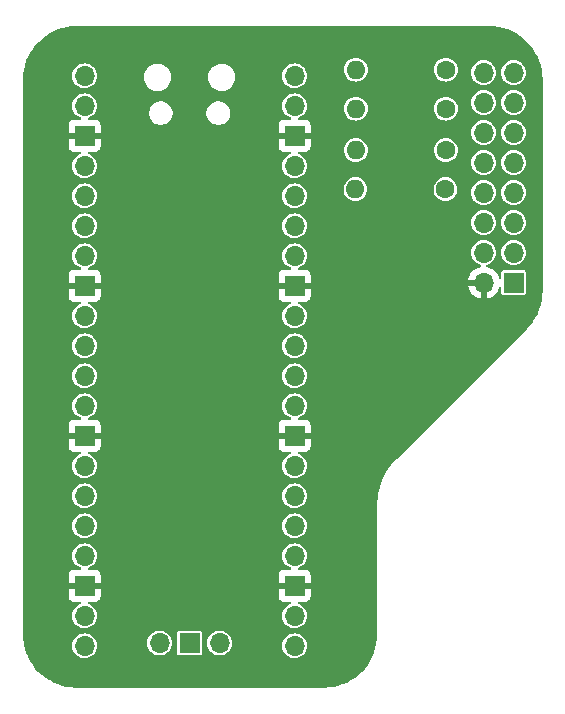
<source format=gbr>
%TF.GenerationSoftware,KiCad,Pcbnew,8.0.4*%
%TF.CreationDate,2024-07-28T20:22:53+02:00*%
%TF.ProjectId,pico-modxo,7069636f-2d6d-46f6-9478-6f2e6b696361,1.0*%
%TF.SameCoordinates,Original*%
%TF.FileFunction,Copper,L2,Bot*%
%TF.FilePolarity,Positive*%
%FSLAX46Y46*%
G04 Gerber Fmt 4.6, Leading zero omitted, Abs format (unit mm)*
G04 Created by KiCad (PCBNEW 8.0.4) date 2024-07-28 20:22:53*
%MOMM*%
%LPD*%
G01*
G04 APERTURE LIST*
%TA.AperFunction,ComponentPad*%
%ADD10O,1.700000X1.700000*%
%TD*%
%TA.AperFunction,ComponentPad*%
%ADD11R,1.700000X1.700000*%
%TD*%
%TA.AperFunction,ComponentPad*%
%ADD12C,1.600000*%
%TD*%
%TA.AperFunction,ComponentPad*%
%ADD13O,1.600000X1.600000*%
%TD*%
G04 APERTURE END LIST*
D10*
%TO.P,U1,1,GPIO0*%
%TO.N,Net-(U1-GPIO0)*%
X50720000Y-35700000D03*
%TO.P,U1,2,GPIO1*%
%TO.N,Net-(U1-GPIO1)*%
X50720000Y-38240000D03*
D11*
%TO.P,U1,3,GND*%
%TO.N,GND*%
X50720000Y-40780000D03*
D10*
%TO.P,U1,4,GPIO2*%
%TO.N,Net-(U1-GPIO2)*%
X50720000Y-43320000D03*
%TO.P,U1,5,GPIO3*%
%TO.N,Net-(U1-GPIO3)*%
X50720000Y-45860000D03*
%TO.P,U1,6,GPIO4*%
%TO.N,Net-(J1-LCLK)*%
X50720000Y-48400000D03*
%TO.P,U1,7,GPIO5*%
%TO.N,Net-(J1-LFRAME#)*%
X50720000Y-50940000D03*
D11*
%TO.P,U1,8,GND*%
%TO.N,GND*%
X50720000Y-53480000D03*
D10*
%TO.P,U1,9,GPIO6*%
%TO.N,Net-(D0-Pin_1)*%
X50720000Y-56020000D03*
%TO.P,U1,10,GPIO7*%
%TO.N,unconnected-(U1-GPIO7-Pad10)_1*%
X50720000Y-58560000D03*
%TO.P,U1,11,GPIO8*%
%TO.N,Net-(JP1-B)*%
X50720000Y-61100000D03*
%TO.P,U1,12,GPIO9*%
%TO.N,Net-(JP2-B)*%
X50720000Y-63640000D03*
D11*
%TO.P,U1,13,GND*%
%TO.N,GND*%
X50720000Y-66180000D03*
D10*
%TO.P,U1,14,GPIO10*%
%TO.N,unconnected-(U1-GPIO10-Pad14)*%
X50720000Y-68720000D03*
%TO.P,U1,15,GPIO11*%
%TO.N,unconnected-(U1-GPIO11-Pad15)*%
X50720000Y-71260000D03*
%TO.P,U1,16,GPIO12*%
%TO.N,unconnected-(U1-GPIO12-Pad16)_1*%
X50720000Y-73800000D03*
%TO.P,U1,17,GPIO13*%
%TO.N,unconnected-(U1-GPIO13-Pad17)_1*%
X50720000Y-76340000D03*
D11*
%TO.P,U1,18,GND*%
%TO.N,GND*%
X50720000Y-78880000D03*
D10*
%TO.P,U1,19,GPIO14*%
%TO.N,unconnected-(U1-GPIO14-Pad19)*%
X50720000Y-81420000D03*
%TO.P,U1,20,GPIO15*%
%TO.N,unconnected-(U1-GPIO15-Pad20)*%
X50720000Y-83960000D03*
%TO.P,U1,21,GPIO16*%
%TO.N,unconnected-(U1-GPIO16-Pad21)_1*%
X68500000Y-83960000D03*
%TO.P,U1,22,GPIO17*%
%TO.N,unconnected-(U1-GPIO17-Pad22)_1*%
X68500000Y-81420000D03*
D11*
%TO.P,U1,23,GND*%
%TO.N,GND*%
X68500000Y-78880000D03*
D10*
%TO.P,U1,24,GPIO18*%
%TO.N,unconnected-(U1-GPIO18-Pad24)_1*%
X68500000Y-76340000D03*
%TO.P,U1,25,GPIO19*%
%TO.N,unconnected-(U1-GPIO19-Pad25)_1*%
X68500000Y-73800000D03*
%TO.P,U1,26,GPIO20*%
%TO.N,unconnected-(U1-GPIO20-Pad26)_1*%
X68500000Y-71260000D03*
%TO.P,U1,27,GPIO21*%
%TO.N,unconnected-(U1-GPIO21-Pad27)_1*%
X68500000Y-68720000D03*
D11*
%TO.P,U1,28,GND*%
%TO.N,GND*%
X68500000Y-66180000D03*
D10*
%TO.P,U1,29,GPIO22*%
%TO.N,unconnected-(U1-GPIO22-Pad29)_1*%
X68500000Y-63640000D03*
%TO.P,U1,30,RUN*%
%TO.N,unconnected-(U1-RUN-Pad30)*%
X68500000Y-61100000D03*
%TO.P,U1,31,GPIO26_ADC0*%
%TO.N,unconnected-(U1-GPIO26_ADC0-Pad31)_1*%
X68500000Y-58560000D03*
%TO.P,U1,32,GPIO27_ADC1*%
%TO.N,unconnected-(U1-GPIO27_ADC1-Pad32)_1*%
X68500000Y-56020000D03*
D11*
%TO.P,U1,33,AGND*%
%TO.N,GND*%
X68500000Y-53480000D03*
D10*
%TO.P,U1,34,GPIO28_ADC2*%
%TO.N,unconnected-(U1-GPIO28_ADC2-Pad34)_1*%
X68500000Y-50940000D03*
%TO.P,U1,35,ADC_VREF*%
%TO.N,unconnected-(U1-ADC_VREF-Pad35)*%
X68500000Y-48400000D03*
%TO.P,U1,36,3V3*%
%TO.N,unconnected-(U1-3V3-Pad36)_1*%
X68500000Y-45860000D03*
%TO.P,U1,37,3V3_EN*%
%TO.N,unconnected-(U1-3V3_EN-Pad37)_1*%
X68500000Y-43320000D03*
D11*
%TO.P,U1,38,GND*%
%TO.N,GND*%
X68500000Y-40780000D03*
D10*
%TO.P,U1,39,VSYS*%
%TO.N,+5V*%
X68500000Y-38240000D03*
%TO.P,U1,40,VBUS*%
%TO.N,unconnected-(U1-VBUS-Pad40)_1*%
X68500000Y-35700000D03*
%TO.P,U1,41,SWCLK*%
%TO.N,unconnected-(U1-SWCLK-Pad41)_1*%
X57070000Y-83730000D03*
D11*
%TO.P,U1,42,GND*%
%TO.N,unconnected-(U1-GND-Pad42)_1*%
X59610000Y-83730000D03*
D10*
%TO.P,U1,43,SWDIO*%
%TO.N,unconnected-(U1-SWDIO-Pad43)*%
X62150000Y-83730000D03*
%TD*%
D12*
%TO.P,R2,1*%
%TO.N,Net-(J1-LAD1)*%
X81310000Y-38500000D03*
D13*
%TO.P,R2,2*%
%TO.N,Net-(U1-GPIO1)*%
X73690000Y-38500000D03*
%TD*%
D11*
%TO.P,J1,1,LCLK*%
%TO.N,Net-(J1-LCLK)*%
X87048500Y-53220000D03*
D10*
%TO.P,J1,2,GND*%
%TO.N,GND*%
X84508500Y-53220000D03*
%TO.P,J1,3,LFRAME#*%
%TO.N,Net-(J1-LFRAME#)*%
X87048500Y-50680000D03*
%TO.P,J1,4,PWR_(v1.6)*%
%TO.N,unconnected-(J1-PWR_(v1.6)-Pad4)*%
X84508500Y-50680000D03*
%TO.P,J1,5,LRESET#*%
%TO.N,unconnected-(J1-LRESET#-Pad5)*%
X87048500Y-48140000D03*
%TO.P,J1,6,5V*%
%TO.N,+5V*%
X84508500Y-48140000D03*
%TO.P,J1,7,LAD3*%
%TO.N,Net-(J1-LAD3)*%
X87048500Y-45600000D03*
%TO.P,J1,8,LAD2*%
%TO.N,Net-(J1-LAD2)*%
X84508500Y-45600000D03*
%TO.P,J1,9,3.3V*%
%TO.N,unconnected-(J1-3.3V-Pad9)*%
X87048500Y-43060000D03*
%TO.P,J1,10,LAD1*%
%TO.N,Net-(J1-LAD1)*%
X84508500Y-43060000D03*
%TO.P,J1,11,LAD0*%
%TO.N,Net-(J1-LAD0)*%
X87048500Y-40520000D03*
%TO.P,J1,12,GND*%
%TO.N,unconnected-(J1-GND-Pad12)*%
X84508500Y-40520000D03*
%TO.P,J1,13,SCL*%
%TO.N,Net-(J1-SCL)*%
X87048500Y-37980000D03*
%TO.P,J1,14,SDA*%
%TO.N,Net-(J1-SDA)*%
X84508500Y-37980000D03*
%TO.P,J1,15,3.3V*%
%TO.N,unconnected-(J1-3.3V-Pad15)*%
X87048500Y-35440000D03*
%TO.P,J1,16,SERIRQ_(v1.0)*%
%TO.N,unconnected-(J1-SERIRQ_(v1.0)-Pad16)*%
X84508500Y-35440000D03*
%TD*%
D12*
%TO.P,R1,1*%
%TO.N,Net-(J1-LAD0)*%
X81310000Y-35200000D03*
D13*
%TO.P,R1,2*%
%TO.N,Net-(U1-GPIO0)*%
X73690000Y-35200000D03*
%TD*%
D12*
%TO.P,R3,1*%
%TO.N,Net-(J1-LAD2)*%
X81310000Y-42000000D03*
D13*
%TO.P,R3,2*%
%TO.N,Net-(U1-GPIO2)*%
X73690000Y-42000000D03*
%TD*%
D12*
%TO.P,R4,1*%
%TO.N,Net-(J1-LAD3)*%
X81273750Y-45300000D03*
D13*
%TO.P,R4,2*%
%TO.N,Net-(U1-GPIO3)*%
X73653750Y-45300000D03*
%TD*%
%TA.AperFunction,Conductor*%
%TO.N,GND*%
G36*
X85002152Y-31500593D02*
G01*
X85387853Y-31517434D01*
X85396432Y-31518184D01*
X85777053Y-31568295D01*
X85785544Y-31569792D01*
X86160338Y-31652881D01*
X86168673Y-31655115D01*
X86534797Y-31770553D01*
X86542913Y-31773507D01*
X86897587Y-31920418D01*
X86905398Y-31924060D01*
X87245910Y-32101320D01*
X87253390Y-32105638D01*
X87577167Y-32311906D01*
X87584241Y-32316860D01*
X87888797Y-32550554D01*
X87895398Y-32556093D01*
X88178459Y-32815470D01*
X88184529Y-32821540D01*
X88443905Y-33104599D01*
X88449445Y-33111202D01*
X88683139Y-33415758D01*
X88688093Y-33422832D01*
X88894361Y-33746609D01*
X88898679Y-33754089D01*
X89075935Y-34094593D01*
X89079585Y-34102420D01*
X89226492Y-34457086D01*
X89229446Y-34465202D01*
X89344884Y-34831326D01*
X89347119Y-34839668D01*
X89430205Y-35214445D01*
X89431705Y-35222951D01*
X89481813Y-35603554D01*
X89482566Y-35612158D01*
X89499406Y-35997847D01*
X89499500Y-36002165D01*
X89499500Y-53926762D01*
X89499406Y-53931081D01*
X89482564Y-54316768D01*
X89481811Y-54325372D01*
X89431701Y-54705973D01*
X89430201Y-54714478D01*
X89347113Y-55089254D01*
X89344878Y-55097596D01*
X89229436Y-55463723D01*
X89226482Y-55471839D01*
X89079577Y-55826496D01*
X89075927Y-55834324D01*
X88898661Y-56174844D01*
X88894342Y-56182323D01*
X88688089Y-56506071D01*
X88683136Y-56513146D01*
X88449431Y-56817712D01*
X88443879Y-56824328D01*
X88182733Y-57109318D01*
X88179747Y-57112438D01*
X77160039Y-68132145D01*
X77157145Y-68135038D01*
X77157142Y-68135041D01*
X77141611Y-68150572D01*
X77139169Y-68153015D01*
X77139067Y-68153066D01*
X76957714Y-68334428D01*
X76957708Y-68334434D01*
X76677020Y-68663092D01*
X76677009Y-68663106D01*
X76422960Y-69012786D01*
X76422953Y-69012796D01*
X76197124Y-69381326D01*
X76197121Y-69381332D01*
X76000902Y-69766444D01*
X76000900Y-69766448D01*
X75835497Y-70165778D01*
X75701930Y-70576863D01*
X75701930Y-70576864D01*
X75601029Y-70997155D01*
X75533416Y-71424041D01*
X75533415Y-71424055D01*
X75499500Y-71854956D01*
X75499500Y-72071066D01*
X75499499Y-72144929D01*
X75499500Y-72144942D01*
X75499500Y-82997834D01*
X75499406Y-83002152D01*
X75482566Y-83387841D01*
X75481813Y-83396445D01*
X75431705Y-83777048D01*
X75430205Y-83785554D01*
X75347119Y-84160331D01*
X75344884Y-84168673D01*
X75229446Y-84534797D01*
X75226492Y-84542913D01*
X75079585Y-84897579D01*
X75075935Y-84905406D01*
X74898679Y-85245910D01*
X74894361Y-85253390D01*
X74688093Y-85577167D01*
X74683139Y-85584241D01*
X74449445Y-85888797D01*
X74443895Y-85895411D01*
X74184540Y-86178447D01*
X74178447Y-86184540D01*
X74162727Y-86198946D01*
X73895413Y-86443894D01*
X73888797Y-86449445D01*
X73584241Y-86683139D01*
X73577167Y-86688093D01*
X73253390Y-86894361D01*
X73245910Y-86898679D01*
X72905406Y-87075935D01*
X72897579Y-87079585D01*
X72542913Y-87226492D01*
X72534797Y-87229446D01*
X72168673Y-87344884D01*
X72160331Y-87347119D01*
X71785554Y-87430205D01*
X71777048Y-87431705D01*
X71396445Y-87481813D01*
X71387841Y-87482566D01*
X71002153Y-87499406D01*
X70997835Y-87499500D01*
X50002165Y-87499500D01*
X49997847Y-87499406D01*
X49612158Y-87482566D01*
X49603554Y-87481813D01*
X49222951Y-87431705D01*
X49214445Y-87430205D01*
X48839668Y-87347119D01*
X48831326Y-87344884D01*
X48465202Y-87229446D01*
X48457086Y-87226492D01*
X48102420Y-87079585D01*
X48094593Y-87075935D01*
X47754089Y-86898679D01*
X47746609Y-86894361D01*
X47422832Y-86688093D01*
X47415758Y-86683139D01*
X47111202Y-86449445D01*
X47104599Y-86443905D01*
X46821540Y-86184529D01*
X46815470Y-86178459D01*
X46556093Y-85895398D01*
X46550554Y-85888797D01*
X46316860Y-85584241D01*
X46311906Y-85577167D01*
X46105638Y-85253390D01*
X46101320Y-85245910D01*
X45924064Y-84905406D01*
X45920414Y-84897579D01*
X45895605Y-84837685D01*
X45773507Y-84542913D01*
X45770553Y-84534797D01*
X45655115Y-84168673D01*
X45652880Y-84160331D01*
X45608467Y-83959996D01*
X49664417Y-83959996D01*
X49664417Y-83960003D01*
X49684698Y-84165929D01*
X49684699Y-84165934D01*
X49744768Y-84363954D01*
X49842316Y-84546452D01*
X49886055Y-84599748D01*
X49973590Y-84706410D01*
X49973595Y-84706414D01*
X50133547Y-84837683D01*
X50133548Y-84837683D01*
X50133550Y-84837685D01*
X50316046Y-84935232D01*
X50453997Y-84977078D01*
X50514065Y-84995300D01*
X50514070Y-84995301D01*
X50719997Y-85015583D01*
X50720000Y-85015583D01*
X50720003Y-85015583D01*
X50925929Y-84995301D01*
X50925934Y-84995300D01*
X51123954Y-84935232D01*
X51306450Y-84837685D01*
X51466410Y-84706410D01*
X51597685Y-84546450D01*
X51695232Y-84363954D01*
X51755300Y-84165934D01*
X51755301Y-84165929D01*
X51775583Y-83960003D01*
X51775583Y-83959996D01*
X51755301Y-83754070D01*
X51755300Y-83754065D01*
X51747999Y-83729996D01*
X56014417Y-83729996D01*
X56014417Y-83730003D01*
X56034698Y-83935929D01*
X56034699Y-83935934D01*
X56094768Y-84133954D01*
X56192316Y-84316452D01*
X56231300Y-84363954D01*
X56323590Y-84476410D01*
X56323595Y-84476414D01*
X56483547Y-84607683D01*
X56483548Y-84607683D01*
X56483550Y-84607685D01*
X56666046Y-84705232D01*
X56803997Y-84747078D01*
X56864065Y-84765300D01*
X56864070Y-84765301D01*
X57069997Y-84785583D01*
X57070000Y-84785583D01*
X57070003Y-84785583D01*
X57275929Y-84765301D01*
X57275934Y-84765300D01*
X57473954Y-84705232D01*
X57656450Y-84607685D01*
X57816410Y-84476410D01*
X57947685Y-84316450D01*
X58045232Y-84133954D01*
X58105300Y-83935934D01*
X58105301Y-83935929D01*
X58125583Y-83730003D01*
X58125583Y-83729996D01*
X58105301Y-83524070D01*
X58105300Y-83524065D01*
X58059641Y-83373547D01*
X58045232Y-83326046D01*
X57947685Y-83143550D01*
X57816410Y-82983590D01*
X57744651Y-82924699D01*
X57666123Y-82860253D01*
X58559500Y-82860253D01*
X58559500Y-84599746D01*
X58559501Y-84599758D01*
X58571132Y-84658227D01*
X58571134Y-84658233D01*
X58603328Y-84706414D01*
X58615448Y-84724552D01*
X58681769Y-84768867D01*
X58726231Y-84777711D01*
X58740241Y-84780498D01*
X58740246Y-84780498D01*
X58740252Y-84780500D01*
X58740253Y-84780500D01*
X60479747Y-84780500D01*
X60479748Y-84780500D01*
X60538231Y-84768867D01*
X60604552Y-84724552D01*
X60648867Y-84658231D01*
X60660500Y-84599748D01*
X60660500Y-83729996D01*
X61094417Y-83729996D01*
X61094417Y-83730003D01*
X61114698Y-83935929D01*
X61114699Y-83935934D01*
X61174768Y-84133954D01*
X61272316Y-84316452D01*
X61311300Y-84363954D01*
X61403590Y-84476410D01*
X61403595Y-84476414D01*
X61563547Y-84607683D01*
X61563548Y-84607683D01*
X61563550Y-84607685D01*
X61746046Y-84705232D01*
X61883997Y-84747078D01*
X61944065Y-84765300D01*
X61944070Y-84765301D01*
X62149997Y-84785583D01*
X62150000Y-84785583D01*
X62150003Y-84785583D01*
X62355929Y-84765301D01*
X62355934Y-84765300D01*
X62553954Y-84705232D01*
X62736450Y-84607685D01*
X62896410Y-84476410D01*
X63027685Y-84316450D01*
X63125232Y-84133954D01*
X63178001Y-83959996D01*
X67444417Y-83959996D01*
X67444417Y-83960003D01*
X67464698Y-84165929D01*
X67464699Y-84165934D01*
X67524768Y-84363954D01*
X67622316Y-84546452D01*
X67666055Y-84599748D01*
X67753590Y-84706410D01*
X67753595Y-84706414D01*
X67913547Y-84837683D01*
X67913548Y-84837683D01*
X67913550Y-84837685D01*
X68096046Y-84935232D01*
X68233997Y-84977078D01*
X68294065Y-84995300D01*
X68294070Y-84995301D01*
X68499997Y-85015583D01*
X68500000Y-85015583D01*
X68500003Y-85015583D01*
X68705929Y-84995301D01*
X68705934Y-84995300D01*
X68903954Y-84935232D01*
X69086450Y-84837685D01*
X69246410Y-84706410D01*
X69377685Y-84546450D01*
X69475232Y-84363954D01*
X69535300Y-84165934D01*
X69535301Y-84165929D01*
X69555583Y-83960003D01*
X69555583Y-83959996D01*
X69535301Y-83754070D01*
X69535300Y-83754065D01*
X69513122Y-83680953D01*
X69475232Y-83556046D01*
X69377685Y-83373550D01*
X69246410Y-83213590D01*
X69161062Y-83143547D01*
X69086452Y-83082316D01*
X68903954Y-82984768D01*
X68705934Y-82924699D01*
X68705929Y-82924698D01*
X68500003Y-82904417D01*
X68499997Y-82904417D01*
X68294070Y-82924698D01*
X68294065Y-82924699D01*
X68096045Y-82984768D01*
X67913547Y-83082316D01*
X67753595Y-83213585D01*
X67753585Y-83213595D01*
X67622316Y-83373547D01*
X67524768Y-83556045D01*
X67464699Y-83754065D01*
X67464698Y-83754070D01*
X67444417Y-83959996D01*
X63178001Y-83959996D01*
X63185300Y-83935934D01*
X63185301Y-83935929D01*
X63205583Y-83730003D01*
X63205583Y-83729996D01*
X63185301Y-83524070D01*
X63185300Y-83524065D01*
X63139641Y-83373547D01*
X63125232Y-83326046D01*
X63027685Y-83143550D01*
X62896410Y-82983590D01*
X62824651Y-82924699D01*
X62736452Y-82852316D01*
X62553954Y-82754768D01*
X62355934Y-82694699D01*
X62355929Y-82694698D01*
X62150003Y-82674417D01*
X62149997Y-82674417D01*
X61944070Y-82694698D01*
X61944065Y-82694699D01*
X61746045Y-82754768D01*
X61563547Y-82852316D01*
X61403595Y-82983585D01*
X61403585Y-82983595D01*
X61272316Y-83143547D01*
X61174768Y-83326045D01*
X61114699Y-83524065D01*
X61114698Y-83524070D01*
X61094417Y-83729996D01*
X60660500Y-83729996D01*
X60660500Y-82860252D01*
X60658921Y-82852316D01*
X60657711Y-82846231D01*
X60648867Y-82801769D01*
X60604552Y-82735448D01*
X60604548Y-82735445D01*
X60538233Y-82691134D01*
X60538231Y-82691133D01*
X60538228Y-82691132D01*
X60538227Y-82691132D01*
X60479758Y-82679501D01*
X60479748Y-82679500D01*
X58740252Y-82679500D01*
X58740251Y-82679500D01*
X58740241Y-82679501D01*
X58681772Y-82691132D01*
X58681766Y-82691134D01*
X58615451Y-82735445D01*
X58615445Y-82735451D01*
X58571134Y-82801766D01*
X58571132Y-82801772D01*
X58559501Y-82860241D01*
X58559500Y-82860253D01*
X57666123Y-82860253D01*
X57656452Y-82852316D01*
X57473954Y-82754768D01*
X57275934Y-82694699D01*
X57275929Y-82694698D01*
X57070003Y-82674417D01*
X57069997Y-82674417D01*
X56864070Y-82694698D01*
X56864065Y-82694699D01*
X56666045Y-82754768D01*
X56483547Y-82852316D01*
X56323595Y-82983585D01*
X56323585Y-82983595D01*
X56192316Y-83143547D01*
X56094768Y-83326045D01*
X56034699Y-83524065D01*
X56034698Y-83524070D01*
X56014417Y-83729996D01*
X51747999Y-83729996D01*
X51733122Y-83680953D01*
X51695232Y-83556046D01*
X51597685Y-83373550D01*
X51466410Y-83213590D01*
X51381062Y-83143547D01*
X51306452Y-83082316D01*
X51123954Y-82984768D01*
X50925934Y-82924699D01*
X50925929Y-82924698D01*
X50720003Y-82904417D01*
X50719997Y-82904417D01*
X50514070Y-82924698D01*
X50514065Y-82924699D01*
X50316045Y-82984768D01*
X50133547Y-83082316D01*
X49973595Y-83213585D01*
X49973585Y-83213595D01*
X49842316Y-83373547D01*
X49744768Y-83556045D01*
X49684699Y-83754065D01*
X49684698Y-83754070D01*
X49664417Y-83959996D01*
X45608467Y-83959996D01*
X45569792Y-83785544D01*
X45568294Y-83777048D01*
X45565269Y-83754070D01*
X45518184Y-83396432D01*
X45517434Y-83387853D01*
X45500594Y-83002152D01*
X45500500Y-82997834D01*
X45500500Y-79777824D01*
X49369999Y-79777824D01*
X49376401Y-79837370D01*
X49376403Y-79837381D01*
X49426646Y-79972088D01*
X49426647Y-79972090D01*
X49512807Y-80087184D01*
X49512815Y-80087192D01*
X49627909Y-80173352D01*
X49627911Y-80173353D01*
X49762618Y-80223596D01*
X49762629Y-80223598D01*
X49822176Y-80230000D01*
X50356639Y-80230000D01*
X50414830Y-80248907D01*
X50450794Y-80298407D01*
X50450794Y-80359593D01*
X50414830Y-80409093D01*
X50385377Y-80423737D01*
X50316045Y-80444768D01*
X50133547Y-80542316D01*
X49973595Y-80673585D01*
X49973585Y-80673595D01*
X49842316Y-80833547D01*
X49744768Y-81016045D01*
X49684699Y-81214065D01*
X49684698Y-81214070D01*
X49664417Y-81419996D01*
X49664417Y-81420003D01*
X49684698Y-81625929D01*
X49684699Y-81625934D01*
X49744768Y-81823954D01*
X49842316Y-82006452D01*
X49973585Y-82166404D01*
X49973590Y-82166410D01*
X49973595Y-82166414D01*
X50133547Y-82297683D01*
X50133548Y-82297683D01*
X50133550Y-82297685D01*
X50316046Y-82395232D01*
X50453997Y-82437078D01*
X50514065Y-82455300D01*
X50514070Y-82455301D01*
X50719997Y-82475583D01*
X50720000Y-82475583D01*
X50720003Y-82475583D01*
X50925929Y-82455301D01*
X50925934Y-82455300D01*
X51123954Y-82395232D01*
X51306450Y-82297685D01*
X51466410Y-82166410D01*
X51597685Y-82006450D01*
X51695232Y-81823954D01*
X51755300Y-81625934D01*
X51755301Y-81625929D01*
X51775583Y-81420003D01*
X51775583Y-81419996D01*
X51755301Y-81214070D01*
X51755300Y-81214065D01*
X51737078Y-81153997D01*
X51695232Y-81016046D01*
X51597685Y-80833550D01*
X51466410Y-80673590D01*
X51466404Y-80673585D01*
X51306452Y-80542316D01*
X51123954Y-80444768D01*
X51054623Y-80423737D01*
X51004426Y-80388752D01*
X50984380Y-80330944D01*
X51002141Y-80272393D01*
X51050925Y-80235464D01*
X51083361Y-80230000D01*
X51617824Y-80230000D01*
X51677370Y-80223598D01*
X51677381Y-80223596D01*
X51812088Y-80173353D01*
X51812090Y-80173352D01*
X51927184Y-80087192D01*
X51927192Y-80087184D01*
X52013352Y-79972090D01*
X52013353Y-79972088D01*
X52063596Y-79837381D01*
X52063598Y-79837370D01*
X52070000Y-79777824D01*
X67149999Y-79777824D01*
X67156401Y-79837370D01*
X67156403Y-79837381D01*
X67206646Y-79972088D01*
X67206647Y-79972090D01*
X67292807Y-80087184D01*
X67292815Y-80087192D01*
X67407909Y-80173352D01*
X67407911Y-80173353D01*
X67542618Y-80223596D01*
X67542629Y-80223598D01*
X67602176Y-80230000D01*
X68136639Y-80230000D01*
X68194830Y-80248907D01*
X68230794Y-80298407D01*
X68230794Y-80359593D01*
X68194830Y-80409093D01*
X68165377Y-80423737D01*
X68096045Y-80444768D01*
X67913547Y-80542316D01*
X67753595Y-80673585D01*
X67753585Y-80673595D01*
X67622316Y-80833547D01*
X67524768Y-81016045D01*
X67464699Y-81214065D01*
X67464698Y-81214070D01*
X67444417Y-81419996D01*
X67444417Y-81420003D01*
X67464698Y-81625929D01*
X67464699Y-81625934D01*
X67524768Y-81823954D01*
X67622316Y-82006452D01*
X67753585Y-82166404D01*
X67753590Y-82166410D01*
X67753595Y-82166414D01*
X67913547Y-82297683D01*
X67913548Y-82297683D01*
X67913550Y-82297685D01*
X68096046Y-82395232D01*
X68233997Y-82437078D01*
X68294065Y-82455300D01*
X68294070Y-82455301D01*
X68499997Y-82475583D01*
X68500000Y-82475583D01*
X68500003Y-82475583D01*
X68705929Y-82455301D01*
X68705934Y-82455300D01*
X68903954Y-82395232D01*
X69086450Y-82297685D01*
X69246410Y-82166410D01*
X69377685Y-82006450D01*
X69475232Y-81823954D01*
X69535300Y-81625934D01*
X69535301Y-81625929D01*
X69555583Y-81420003D01*
X69555583Y-81419996D01*
X69535301Y-81214070D01*
X69535300Y-81214065D01*
X69517078Y-81153997D01*
X69475232Y-81016046D01*
X69377685Y-80833550D01*
X69246410Y-80673590D01*
X69246404Y-80673585D01*
X69086452Y-80542316D01*
X68903954Y-80444768D01*
X68834623Y-80423737D01*
X68784426Y-80388752D01*
X68764380Y-80330944D01*
X68782141Y-80272393D01*
X68830925Y-80235464D01*
X68863361Y-80230000D01*
X69397824Y-80230000D01*
X69457370Y-80223598D01*
X69457381Y-80223596D01*
X69592088Y-80173353D01*
X69592090Y-80173352D01*
X69707184Y-80087192D01*
X69707192Y-80087184D01*
X69793352Y-79972090D01*
X69793353Y-79972088D01*
X69843596Y-79837381D01*
X69843598Y-79837370D01*
X69850000Y-79777824D01*
X69850000Y-79130001D01*
X69849999Y-79130000D01*
X68944560Y-79130000D01*
X68975245Y-79076853D01*
X69010000Y-78947143D01*
X69010000Y-78812857D01*
X68975245Y-78683147D01*
X68944560Y-78630000D01*
X69849999Y-78630000D01*
X69850000Y-78629999D01*
X69850000Y-77982175D01*
X69843598Y-77922629D01*
X69843596Y-77922618D01*
X69793353Y-77787911D01*
X69793352Y-77787909D01*
X69707192Y-77672815D01*
X69707184Y-77672807D01*
X69592090Y-77586647D01*
X69592088Y-77586646D01*
X69457381Y-77536403D01*
X69457370Y-77536401D01*
X69397824Y-77530000D01*
X68863361Y-77530000D01*
X68805170Y-77511093D01*
X68769206Y-77461593D01*
X68769206Y-77400407D01*
X68805170Y-77350907D01*
X68834623Y-77336263D01*
X68903954Y-77315232D01*
X69086450Y-77217685D01*
X69246410Y-77086410D01*
X69377685Y-76926450D01*
X69475232Y-76743954D01*
X69535300Y-76545934D01*
X69535301Y-76545929D01*
X69555583Y-76340003D01*
X69555583Y-76339996D01*
X69535301Y-76134070D01*
X69535300Y-76134065D01*
X69517078Y-76073997D01*
X69475232Y-75936046D01*
X69377685Y-75753550D01*
X69246410Y-75593590D01*
X69246404Y-75593585D01*
X69086452Y-75462316D01*
X68903954Y-75364768D01*
X68705934Y-75304699D01*
X68705929Y-75304698D01*
X68500003Y-75284417D01*
X68499997Y-75284417D01*
X68294070Y-75304698D01*
X68294065Y-75304699D01*
X68096045Y-75364768D01*
X67913547Y-75462316D01*
X67753595Y-75593585D01*
X67753585Y-75593595D01*
X67622316Y-75753547D01*
X67524768Y-75936045D01*
X67464699Y-76134065D01*
X67464698Y-76134070D01*
X67444417Y-76339996D01*
X67444417Y-76340003D01*
X67464698Y-76545929D01*
X67464699Y-76545934D01*
X67524768Y-76743954D01*
X67622316Y-76926452D01*
X67753585Y-77086404D01*
X67753590Y-77086410D01*
X67753595Y-77086414D01*
X67913547Y-77217683D01*
X67913548Y-77217683D01*
X67913550Y-77217685D01*
X68096046Y-77315232D01*
X68165377Y-77336263D01*
X68215574Y-77371248D01*
X68235620Y-77429056D01*
X68217859Y-77487607D01*
X68169075Y-77524536D01*
X68136639Y-77530000D01*
X67602176Y-77530000D01*
X67542629Y-77536401D01*
X67542618Y-77536403D01*
X67407911Y-77586646D01*
X67407909Y-77586647D01*
X67292815Y-77672807D01*
X67292807Y-77672815D01*
X67206647Y-77787909D01*
X67206646Y-77787911D01*
X67156403Y-77922618D01*
X67156401Y-77922629D01*
X67150000Y-77982175D01*
X67150000Y-78629999D01*
X67150001Y-78630000D01*
X68055440Y-78630000D01*
X68024755Y-78683147D01*
X67990000Y-78812857D01*
X67990000Y-78947143D01*
X68024755Y-79076853D01*
X68055440Y-79130000D01*
X67150001Y-79130000D01*
X67150000Y-79130001D01*
X67150000Y-79777824D01*
X67149999Y-79777824D01*
X52070000Y-79777824D01*
X52070000Y-79130001D01*
X52069999Y-79130000D01*
X51164560Y-79130000D01*
X51195245Y-79076853D01*
X51230000Y-78947143D01*
X51230000Y-78812857D01*
X51195245Y-78683147D01*
X51164560Y-78630000D01*
X52069999Y-78630000D01*
X52070000Y-78629999D01*
X52070000Y-77982175D01*
X52063598Y-77922629D01*
X52063596Y-77922618D01*
X52013353Y-77787911D01*
X52013352Y-77787909D01*
X51927192Y-77672815D01*
X51927184Y-77672807D01*
X51812090Y-77586647D01*
X51812088Y-77586646D01*
X51677381Y-77536403D01*
X51677370Y-77536401D01*
X51617824Y-77530000D01*
X51083361Y-77530000D01*
X51025170Y-77511093D01*
X50989206Y-77461593D01*
X50989206Y-77400407D01*
X51025170Y-77350907D01*
X51054623Y-77336263D01*
X51123954Y-77315232D01*
X51306450Y-77217685D01*
X51466410Y-77086410D01*
X51597685Y-76926450D01*
X51695232Y-76743954D01*
X51755300Y-76545934D01*
X51755301Y-76545929D01*
X51775583Y-76340003D01*
X51775583Y-76339996D01*
X51755301Y-76134070D01*
X51755300Y-76134065D01*
X51737078Y-76073997D01*
X51695232Y-75936046D01*
X51597685Y-75753550D01*
X51466410Y-75593590D01*
X51466404Y-75593585D01*
X51306452Y-75462316D01*
X51123954Y-75364768D01*
X50925934Y-75304699D01*
X50925929Y-75304698D01*
X50720003Y-75284417D01*
X50719997Y-75284417D01*
X50514070Y-75304698D01*
X50514065Y-75304699D01*
X50316045Y-75364768D01*
X50133547Y-75462316D01*
X49973595Y-75593585D01*
X49973585Y-75593595D01*
X49842316Y-75753547D01*
X49744768Y-75936045D01*
X49684699Y-76134065D01*
X49684698Y-76134070D01*
X49664417Y-76339996D01*
X49664417Y-76340003D01*
X49684698Y-76545929D01*
X49684699Y-76545934D01*
X49744768Y-76743954D01*
X49842316Y-76926452D01*
X49973585Y-77086404D01*
X49973590Y-77086410D01*
X49973595Y-77086414D01*
X50133547Y-77217683D01*
X50133548Y-77217683D01*
X50133550Y-77217685D01*
X50316046Y-77315232D01*
X50385377Y-77336263D01*
X50435574Y-77371248D01*
X50455620Y-77429056D01*
X50437859Y-77487607D01*
X50389075Y-77524536D01*
X50356639Y-77530000D01*
X49822176Y-77530000D01*
X49762629Y-77536401D01*
X49762618Y-77536403D01*
X49627911Y-77586646D01*
X49627909Y-77586647D01*
X49512815Y-77672807D01*
X49512807Y-77672815D01*
X49426647Y-77787909D01*
X49426646Y-77787911D01*
X49376403Y-77922618D01*
X49376401Y-77922629D01*
X49370000Y-77982175D01*
X49370000Y-78629999D01*
X49370001Y-78630000D01*
X50275440Y-78630000D01*
X50244755Y-78683147D01*
X50210000Y-78812857D01*
X50210000Y-78947143D01*
X50244755Y-79076853D01*
X50275440Y-79130000D01*
X49370001Y-79130000D01*
X49370000Y-79130001D01*
X49370000Y-79777824D01*
X49369999Y-79777824D01*
X45500500Y-79777824D01*
X45500500Y-73799996D01*
X49664417Y-73799996D01*
X49664417Y-73800003D01*
X49684698Y-74005929D01*
X49684699Y-74005934D01*
X49744768Y-74203954D01*
X49842316Y-74386452D01*
X49973585Y-74546404D01*
X49973590Y-74546410D01*
X49973595Y-74546414D01*
X50133547Y-74677683D01*
X50133548Y-74677683D01*
X50133550Y-74677685D01*
X50316046Y-74775232D01*
X50453997Y-74817078D01*
X50514065Y-74835300D01*
X50514070Y-74835301D01*
X50719997Y-74855583D01*
X50720000Y-74855583D01*
X50720003Y-74855583D01*
X50925929Y-74835301D01*
X50925934Y-74835300D01*
X51123954Y-74775232D01*
X51306450Y-74677685D01*
X51466410Y-74546410D01*
X51597685Y-74386450D01*
X51695232Y-74203954D01*
X51755300Y-74005934D01*
X51755301Y-74005929D01*
X51775583Y-73800003D01*
X51775583Y-73799996D01*
X67444417Y-73799996D01*
X67444417Y-73800003D01*
X67464698Y-74005929D01*
X67464699Y-74005934D01*
X67524768Y-74203954D01*
X67622316Y-74386452D01*
X67753585Y-74546404D01*
X67753590Y-74546410D01*
X67753595Y-74546414D01*
X67913547Y-74677683D01*
X67913548Y-74677683D01*
X67913550Y-74677685D01*
X68096046Y-74775232D01*
X68233997Y-74817078D01*
X68294065Y-74835300D01*
X68294070Y-74835301D01*
X68499997Y-74855583D01*
X68500000Y-74855583D01*
X68500003Y-74855583D01*
X68705929Y-74835301D01*
X68705934Y-74835300D01*
X68903954Y-74775232D01*
X69086450Y-74677685D01*
X69246410Y-74546410D01*
X69377685Y-74386450D01*
X69475232Y-74203954D01*
X69535300Y-74005934D01*
X69535301Y-74005929D01*
X69555583Y-73800003D01*
X69555583Y-73799996D01*
X69535301Y-73594070D01*
X69535300Y-73594065D01*
X69517078Y-73533997D01*
X69475232Y-73396046D01*
X69377685Y-73213550D01*
X69246410Y-73053590D01*
X69246404Y-73053585D01*
X69086452Y-72922316D01*
X68903954Y-72824768D01*
X68705934Y-72764699D01*
X68705929Y-72764698D01*
X68500003Y-72744417D01*
X68499997Y-72744417D01*
X68294070Y-72764698D01*
X68294065Y-72764699D01*
X68096045Y-72824768D01*
X67913547Y-72922316D01*
X67753595Y-73053585D01*
X67753585Y-73053595D01*
X67622316Y-73213547D01*
X67524768Y-73396045D01*
X67464699Y-73594065D01*
X67464698Y-73594070D01*
X67444417Y-73799996D01*
X51775583Y-73799996D01*
X51755301Y-73594070D01*
X51755300Y-73594065D01*
X51737078Y-73533997D01*
X51695232Y-73396046D01*
X51597685Y-73213550D01*
X51466410Y-73053590D01*
X51466404Y-73053585D01*
X51306452Y-72922316D01*
X51123954Y-72824768D01*
X50925934Y-72764699D01*
X50925929Y-72764698D01*
X50720003Y-72744417D01*
X50719997Y-72744417D01*
X50514070Y-72764698D01*
X50514065Y-72764699D01*
X50316045Y-72824768D01*
X50133547Y-72922316D01*
X49973595Y-73053585D01*
X49973585Y-73053595D01*
X49842316Y-73213547D01*
X49744768Y-73396045D01*
X49684699Y-73594065D01*
X49684698Y-73594070D01*
X49664417Y-73799996D01*
X45500500Y-73799996D01*
X45500500Y-71259996D01*
X49664417Y-71259996D01*
X49664417Y-71260003D01*
X49684698Y-71465929D01*
X49684699Y-71465934D01*
X49744768Y-71663954D01*
X49842316Y-71846452D01*
X49973585Y-72006404D01*
X49973590Y-72006410D01*
X49973595Y-72006414D01*
X50133547Y-72137683D01*
X50133548Y-72137683D01*
X50133550Y-72137685D01*
X50316046Y-72235232D01*
X50453997Y-72277078D01*
X50514065Y-72295300D01*
X50514070Y-72295301D01*
X50719997Y-72315583D01*
X50720000Y-72315583D01*
X50720003Y-72315583D01*
X50925929Y-72295301D01*
X50925934Y-72295300D01*
X51123954Y-72235232D01*
X51306450Y-72137685D01*
X51466410Y-72006410D01*
X51597685Y-71846450D01*
X51695232Y-71663954D01*
X51755300Y-71465934D01*
X51755301Y-71465929D01*
X51775583Y-71260003D01*
X51775583Y-71259996D01*
X67444417Y-71259996D01*
X67444417Y-71260003D01*
X67464698Y-71465929D01*
X67464699Y-71465934D01*
X67524768Y-71663954D01*
X67622316Y-71846452D01*
X67753585Y-72006404D01*
X67753590Y-72006410D01*
X67753595Y-72006414D01*
X67913547Y-72137683D01*
X67913548Y-72137683D01*
X67913550Y-72137685D01*
X68096046Y-72235232D01*
X68233997Y-72277078D01*
X68294065Y-72295300D01*
X68294070Y-72295301D01*
X68499997Y-72315583D01*
X68500000Y-72315583D01*
X68500003Y-72315583D01*
X68705929Y-72295301D01*
X68705934Y-72295300D01*
X68903954Y-72235232D01*
X69086450Y-72137685D01*
X69246410Y-72006410D01*
X69377685Y-71846450D01*
X69475232Y-71663954D01*
X69535300Y-71465934D01*
X69535301Y-71465929D01*
X69555583Y-71260003D01*
X69555583Y-71259996D01*
X69535301Y-71054070D01*
X69535300Y-71054065D01*
X69490539Y-70906508D01*
X69475232Y-70856046D01*
X69377685Y-70673550D01*
X69298332Y-70576858D01*
X69246414Y-70513595D01*
X69246410Y-70513590D01*
X69246404Y-70513585D01*
X69086452Y-70382316D01*
X68903954Y-70284768D01*
X68705934Y-70224699D01*
X68705929Y-70224698D01*
X68500003Y-70204417D01*
X68499997Y-70204417D01*
X68294070Y-70224698D01*
X68294065Y-70224699D01*
X68096045Y-70284768D01*
X67913547Y-70382316D01*
X67753595Y-70513585D01*
X67753585Y-70513595D01*
X67622316Y-70673547D01*
X67524768Y-70856045D01*
X67464699Y-71054065D01*
X67464698Y-71054070D01*
X67444417Y-71259996D01*
X51775583Y-71259996D01*
X51755301Y-71054070D01*
X51755300Y-71054065D01*
X51710539Y-70906508D01*
X51695232Y-70856046D01*
X51597685Y-70673550D01*
X51518332Y-70576858D01*
X51466414Y-70513595D01*
X51466410Y-70513590D01*
X51466404Y-70513585D01*
X51306452Y-70382316D01*
X51123954Y-70284768D01*
X50925934Y-70224699D01*
X50925929Y-70224698D01*
X50720003Y-70204417D01*
X50719997Y-70204417D01*
X50514070Y-70224698D01*
X50514065Y-70224699D01*
X50316045Y-70284768D01*
X50133547Y-70382316D01*
X49973595Y-70513585D01*
X49973585Y-70513595D01*
X49842316Y-70673547D01*
X49744768Y-70856045D01*
X49684699Y-71054065D01*
X49684698Y-71054070D01*
X49664417Y-71259996D01*
X45500500Y-71259996D01*
X45500500Y-67077824D01*
X49369999Y-67077824D01*
X49376401Y-67137370D01*
X49376403Y-67137381D01*
X49426646Y-67272088D01*
X49426647Y-67272090D01*
X49512807Y-67387184D01*
X49512815Y-67387192D01*
X49627909Y-67473352D01*
X49627911Y-67473353D01*
X49762618Y-67523596D01*
X49762629Y-67523598D01*
X49822176Y-67530000D01*
X50356639Y-67530000D01*
X50414830Y-67548907D01*
X50450794Y-67598407D01*
X50450794Y-67659593D01*
X50414830Y-67709093D01*
X50385377Y-67723737D01*
X50316045Y-67744768D01*
X50133547Y-67842316D01*
X49973595Y-67973585D01*
X49973585Y-67973595D01*
X49842316Y-68133547D01*
X49744768Y-68316045D01*
X49684699Y-68514065D01*
X49684698Y-68514070D01*
X49664417Y-68719996D01*
X49664417Y-68720003D01*
X49684698Y-68925929D01*
X49684699Y-68925934D01*
X49744768Y-69123954D01*
X49842316Y-69306452D01*
X49973585Y-69466404D01*
X49973590Y-69466410D01*
X49973595Y-69466414D01*
X50133547Y-69597683D01*
X50133548Y-69597683D01*
X50133550Y-69597685D01*
X50316046Y-69695232D01*
X50453997Y-69737078D01*
X50514065Y-69755300D01*
X50514070Y-69755301D01*
X50719997Y-69775583D01*
X50720000Y-69775583D01*
X50720003Y-69775583D01*
X50925929Y-69755301D01*
X50925934Y-69755300D01*
X51123954Y-69695232D01*
X51306450Y-69597685D01*
X51466410Y-69466410D01*
X51597685Y-69306450D01*
X51695232Y-69123954D01*
X51755300Y-68925934D01*
X51755301Y-68925929D01*
X51775583Y-68720003D01*
X51775583Y-68719996D01*
X51755301Y-68514070D01*
X51755300Y-68514065D01*
X51737078Y-68453997D01*
X51695232Y-68316046D01*
X51597685Y-68133550D01*
X51466410Y-67973590D01*
X51466404Y-67973585D01*
X51306452Y-67842316D01*
X51123954Y-67744768D01*
X51054623Y-67723737D01*
X51004426Y-67688752D01*
X50984380Y-67630944D01*
X51002141Y-67572393D01*
X51050925Y-67535464D01*
X51083361Y-67530000D01*
X51617824Y-67530000D01*
X51677370Y-67523598D01*
X51677381Y-67523596D01*
X51812088Y-67473353D01*
X51812090Y-67473352D01*
X51927184Y-67387192D01*
X51927192Y-67387184D01*
X52013352Y-67272090D01*
X52013353Y-67272088D01*
X52063596Y-67137381D01*
X52063598Y-67137370D01*
X52070000Y-67077824D01*
X67149999Y-67077824D01*
X67156401Y-67137370D01*
X67156403Y-67137381D01*
X67206646Y-67272088D01*
X67206647Y-67272090D01*
X67292807Y-67387184D01*
X67292815Y-67387192D01*
X67407909Y-67473352D01*
X67407911Y-67473353D01*
X67542618Y-67523596D01*
X67542629Y-67523598D01*
X67602176Y-67530000D01*
X68136639Y-67530000D01*
X68194830Y-67548907D01*
X68230794Y-67598407D01*
X68230794Y-67659593D01*
X68194830Y-67709093D01*
X68165377Y-67723737D01*
X68096045Y-67744768D01*
X67913547Y-67842316D01*
X67753595Y-67973585D01*
X67753585Y-67973595D01*
X67622316Y-68133547D01*
X67524768Y-68316045D01*
X67464699Y-68514065D01*
X67464698Y-68514070D01*
X67444417Y-68719996D01*
X67444417Y-68720003D01*
X67464698Y-68925929D01*
X67464699Y-68925934D01*
X67524768Y-69123954D01*
X67622316Y-69306452D01*
X67753585Y-69466404D01*
X67753590Y-69466410D01*
X67753595Y-69466414D01*
X67913547Y-69597683D01*
X67913548Y-69597683D01*
X67913550Y-69597685D01*
X68096046Y-69695232D01*
X68233997Y-69737078D01*
X68294065Y-69755300D01*
X68294070Y-69755301D01*
X68499997Y-69775583D01*
X68500000Y-69775583D01*
X68500003Y-69775583D01*
X68705929Y-69755301D01*
X68705934Y-69755300D01*
X68903954Y-69695232D01*
X69086450Y-69597685D01*
X69246410Y-69466410D01*
X69377685Y-69306450D01*
X69475232Y-69123954D01*
X69535300Y-68925934D01*
X69535301Y-68925929D01*
X69555583Y-68720003D01*
X69555583Y-68719996D01*
X69535301Y-68514070D01*
X69535300Y-68514065D01*
X69517078Y-68453997D01*
X69475232Y-68316046D01*
X69377685Y-68133550D01*
X69246410Y-67973590D01*
X69246404Y-67973585D01*
X69086452Y-67842316D01*
X68903954Y-67744768D01*
X68834623Y-67723737D01*
X68784426Y-67688752D01*
X68764380Y-67630944D01*
X68782141Y-67572393D01*
X68830925Y-67535464D01*
X68863361Y-67530000D01*
X69397824Y-67530000D01*
X69457370Y-67523598D01*
X69457381Y-67523596D01*
X69592088Y-67473353D01*
X69592090Y-67473352D01*
X69707184Y-67387192D01*
X69707192Y-67387184D01*
X69793352Y-67272090D01*
X69793353Y-67272088D01*
X69843596Y-67137381D01*
X69843598Y-67137370D01*
X69850000Y-67077824D01*
X69850000Y-66430001D01*
X69849999Y-66430000D01*
X68944560Y-66430000D01*
X68975245Y-66376853D01*
X69010000Y-66247143D01*
X69010000Y-66112857D01*
X68975245Y-65983147D01*
X68944560Y-65930000D01*
X69849999Y-65930000D01*
X69850000Y-65929999D01*
X69850000Y-65282175D01*
X69843598Y-65222629D01*
X69843596Y-65222618D01*
X69793353Y-65087911D01*
X69793352Y-65087909D01*
X69707192Y-64972815D01*
X69707184Y-64972807D01*
X69592090Y-64886647D01*
X69592088Y-64886646D01*
X69457381Y-64836403D01*
X69457370Y-64836401D01*
X69397824Y-64830000D01*
X68863361Y-64830000D01*
X68805170Y-64811093D01*
X68769206Y-64761593D01*
X68769206Y-64700407D01*
X68805170Y-64650907D01*
X68834623Y-64636263D01*
X68903954Y-64615232D01*
X69086450Y-64517685D01*
X69246410Y-64386410D01*
X69377685Y-64226450D01*
X69475232Y-64043954D01*
X69535300Y-63845934D01*
X69535301Y-63845929D01*
X69555583Y-63640003D01*
X69555583Y-63639996D01*
X69535301Y-63434070D01*
X69535300Y-63434065D01*
X69517078Y-63373997D01*
X69475232Y-63236046D01*
X69377685Y-63053550D01*
X69246410Y-62893590D01*
X69246404Y-62893585D01*
X69086452Y-62762316D01*
X68903954Y-62664768D01*
X68705934Y-62604699D01*
X68705929Y-62604698D01*
X68500003Y-62584417D01*
X68499997Y-62584417D01*
X68294070Y-62604698D01*
X68294065Y-62604699D01*
X68096045Y-62664768D01*
X67913547Y-62762316D01*
X67753595Y-62893585D01*
X67753585Y-62893595D01*
X67622316Y-63053547D01*
X67524768Y-63236045D01*
X67464699Y-63434065D01*
X67464698Y-63434070D01*
X67444417Y-63639996D01*
X67444417Y-63640003D01*
X67464698Y-63845929D01*
X67464699Y-63845934D01*
X67524768Y-64043954D01*
X67622316Y-64226452D01*
X67753585Y-64386404D01*
X67753590Y-64386410D01*
X67753595Y-64386414D01*
X67913547Y-64517683D01*
X67913548Y-64517683D01*
X67913550Y-64517685D01*
X68096046Y-64615232D01*
X68165377Y-64636263D01*
X68215574Y-64671248D01*
X68235620Y-64729056D01*
X68217859Y-64787607D01*
X68169075Y-64824536D01*
X68136639Y-64830000D01*
X67602176Y-64830000D01*
X67542629Y-64836401D01*
X67542618Y-64836403D01*
X67407911Y-64886646D01*
X67407909Y-64886647D01*
X67292815Y-64972807D01*
X67292807Y-64972815D01*
X67206647Y-65087909D01*
X67206646Y-65087911D01*
X67156403Y-65222618D01*
X67156401Y-65222629D01*
X67150000Y-65282175D01*
X67150000Y-65929999D01*
X67150001Y-65930000D01*
X68055440Y-65930000D01*
X68024755Y-65983147D01*
X67990000Y-66112857D01*
X67990000Y-66247143D01*
X68024755Y-66376853D01*
X68055440Y-66430000D01*
X67150001Y-66430000D01*
X67150000Y-66430001D01*
X67150000Y-67077824D01*
X67149999Y-67077824D01*
X52070000Y-67077824D01*
X52070000Y-66430001D01*
X52069999Y-66430000D01*
X51164560Y-66430000D01*
X51195245Y-66376853D01*
X51230000Y-66247143D01*
X51230000Y-66112857D01*
X51195245Y-65983147D01*
X51164560Y-65930000D01*
X52069999Y-65930000D01*
X52070000Y-65929999D01*
X52070000Y-65282175D01*
X52063598Y-65222629D01*
X52063596Y-65222618D01*
X52013353Y-65087911D01*
X52013352Y-65087909D01*
X51927192Y-64972815D01*
X51927184Y-64972807D01*
X51812090Y-64886647D01*
X51812088Y-64886646D01*
X51677381Y-64836403D01*
X51677370Y-64836401D01*
X51617824Y-64830000D01*
X51083361Y-64830000D01*
X51025170Y-64811093D01*
X50989206Y-64761593D01*
X50989206Y-64700407D01*
X51025170Y-64650907D01*
X51054623Y-64636263D01*
X51123954Y-64615232D01*
X51306450Y-64517685D01*
X51466410Y-64386410D01*
X51597685Y-64226450D01*
X51695232Y-64043954D01*
X51755300Y-63845934D01*
X51755301Y-63845929D01*
X51775583Y-63640003D01*
X51775583Y-63639996D01*
X51755301Y-63434070D01*
X51755300Y-63434065D01*
X51737078Y-63373997D01*
X51695232Y-63236046D01*
X51597685Y-63053550D01*
X51466410Y-62893590D01*
X51466404Y-62893585D01*
X51306452Y-62762316D01*
X51123954Y-62664768D01*
X50925934Y-62604699D01*
X50925929Y-62604698D01*
X50720003Y-62584417D01*
X50719997Y-62584417D01*
X50514070Y-62604698D01*
X50514065Y-62604699D01*
X50316045Y-62664768D01*
X50133547Y-62762316D01*
X49973595Y-62893585D01*
X49973585Y-62893595D01*
X49842316Y-63053547D01*
X49744768Y-63236045D01*
X49684699Y-63434065D01*
X49684698Y-63434070D01*
X49664417Y-63639996D01*
X49664417Y-63640003D01*
X49684698Y-63845929D01*
X49684699Y-63845934D01*
X49744768Y-64043954D01*
X49842316Y-64226452D01*
X49973585Y-64386404D01*
X49973590Y-64386410D01*
X49973595Y-64386414D01*
X50133547Y-64517683D01*
X50133548Y-64517683D01*
X50133550Y-64517685D01*
X50316046Y-64615232D01*
X50385377Y-64636263D01*
X50435574Y-64671248D01*
X50455620Y-64729056D01*
X50437859Y-64787607D01*
X50389075Y-64824536D01*
X50356639Y-64830000D01*
X49822176Y-64830000D01*
X49762629Y-64836401D01*
X49762618Y-64836403D01*
X49627911Y-64886646D01*
X49627909Y-64886647D01*
X49512815Y-64972807D01*
X49512807Y-64972815D01*
X49426647Y-65087909D01*
X49426646Y-65087911D01*
X49376403Y-65222618D01*
X49376401Y-65222629D01*
X49370000Y-65282175D01*
X49370000Y-65929999D01*
X49370001Y-65930000D01*
X50275440Y-65930000D01*
X50244755Y-65983147D01*
X50210000Y-66112857D01*
X50210000Y-66247143D01*
X50244755Y-66376853D01*
X50275440Y-66430000D01*
X49370001Y-66430000D01*
X49370000Y-66430001D01*
X49370000Y-67077824D01*
X49369999Y-67077824D01*
X45500500Y-67077824D01*
X45500500Y-61099996D01*
X49664417Y-61099996D01*
X49664417Y-61100003D01*
X49684698Y-61305929D01*
X49684699Y-61305934D01*
X49744768Y-61503954D01*
X49842316Y-61686452D01*
X49973585Y-61846404D01*
X49973590Y-61846410D01*
X49973595Y-61846414D01*
X50133547Y-61977683D01*
X50133548Y-61977683D01*
X50133550Y-61977685D01*
X50316046Y-62075232D01*
X50453997Y-62117078D01*
X50514065Y-62135300D01*
X50514070Y-62135301D01*
X50719997Y-62155583D01*
X50720000Y-62155583D01*
X50720003Y-62155583D01*
X50925929Y-62135301D01*
X50925934Y-62135300D01*
X51123954Y-62075232D01*
X51306450Y-61977685D01*
X51466410Y-61846410D01*
X51597685Y-61686450D01*
X51695232Y-61503954D01*
X51755300Y-61305934D01*
X51755301Y-61305929D01*
X51775583Y-61100003D01*
X51775583Y-61099996D01*
X67444417Y-61099996D01*
X67444417Y-61100003D01*
X67464698Y-61305929D01*
X67464699Y-61305934D01*
X67524768Y-61503954D01*
X67622316Y-61686452D01*
X67753585Y-61846404D01*
X67753590Y-61846410D01*
X67753595Y-61846414D01*
X67913547Y-61977683D01*
X67913548Y-61977683D01*
X67913550Y-61977685D01*
X68096046Y-62075232D01*
X68233997Y-62117078D01*
X68294065Y-62135300D01*
X68294070Y-62135301D01*
X68499997Y-62155583D01*
X68500000Y-62155583D01*
X68500003Y-62155583D01*
X68705929Y-62135301D01*
X68705934Y-62135300D01*
X68903954Y-62075232D01*
X69086450Y-61977685D01*
X69246410Y-61846410D01*
X69377685Y-61686450D01*
X69475232Y-61503954D01*
X69535300Y-61305934D01*
X69535301Y-61305929D01*
X69555583Y-61100003D01*
X69555583Y-61099996D01*
X69535301Y-60894070D01*
X69535300Y-60894065D01*
X69517078Y-60833997D01*
X69475232Y-60696046D01*
X69377685Y-60513550D01*
X69246410Y-60353590D01*
X69246404Y-60353585D01*
X69086452Y-60222316D01*
X68903954Y-60124768D01*
X68705934Y-60064699D01*
X68705929Y-60064698D01*
X68500003Y-60044417D01*
X68499997Y-60044417D01*
X68294070Y-60064698D01*
X68294065Y-60064699D01*
X68096045Y-60124768D01*
X67913547Y-60222316D01*
X67753595Y-60353585D01*
X67753585Y-60353595D01*
X67622316Y-60513547D01*
X67524768Y-60696045D01*
X67464699Y-60894065D01*
X67464698Y-60894070D01*
X67444417Y-61099996D01*
X51775583Y-61099996D01*
X51755301Y-60894070D01*
X51755300Y-60894065D01*
X51737078Y-60833997D01*
X51695232Y-60696046D01*
X51597685Y-60513550D01*
X51466410Y-60353590D01*
X51466404Y-60353585D01*
X51306452Y-60222316D01*
X51123954Y-60124768D01*
X50925934Y-60064699D01*
X50925929Y-60064698D01*
X50720003Y-60044417D01*
X50719997Y-60044417D01*
X50514070Y-60064698D01*
X50514065Y-60064699D01*
X50316045Y-60124768D01*
X50133547Y-60222316D01*
X49973595Y-60353585D01*
X49973585Y-60353595D01*
X49842316Y-60513547D01*
X49744768Y-60696045D01*
X49684699Y-60894065D01*
X49684698Y-60894070D01*
X49664417Y-61099996D01*
X45500500Y-61099996D01*
X45500500Y-58559996D01*
X49664417Y-58559996D01*
X49664417Y-58560003D01*
X49684698Y-58765929D01*
X49684699Y-58765934D01*
X49744768Y-58963954D01*
X49842316Y-59146452D01*
X49973585Y-59306404D01*
X49973590Y-59306410D01*
X49973595Y-59306414D01*
X50133547Y-59437683D01*
X50133548Y-59437683D01*
X50133550Y-59437685D01*
X50316046Y-59535232D01*
X50453997Y-59577078D01*
X50514065Y-59595300D01*
X50514070Y-59595301D01*
X50719997Y-59615583D01*
X50720000Y-59615583D01*
X50720003Y-59615583D01*
X50925929Y-59595301D01*
X50925934Y-59595300D01*
X51123954Y-59535232D01*
X51306450Y-59437685D01*
X51466410Y-59306410D01*
X51597685Y-59146450D01*
X51695232Y-58963954D01*
X51755300Y-58765934D01*
X51755301Y-58765929D01*
X51775583Y-58560003D01*
X51775583Y-58559996D01*
X67444417Y-58559996D01*
X67444417Y-58560003D01*
X67464698Y-58765929D01*
X67464699Y-58765934D01*
X67524768Y-58963954D01*
X67622316Y-59146452D01*
X67753585Y-59306404D01*
X67753590Y-59306410D01*
X67753595Y-59306414D01*
X67913547Y-59437683D01*
X67913548Y-59437683D01*
X67913550Y-59437685D01*
X68096046Y-59535232D01*
X68233997Y-59577078D01*
X68294065Y-59595300D01*
X68294070Y-59595301D01*
X68499997Y-59615583D01*
X68500000Y-59615583D01*
X68500003Y-59615583D01*
X68705929Y-59595301D01*
X68705934Y-59595300D01*
X68903954Y-59535232D01*
X69086450Y-59437685D01*
X69246410Y-59306410D01*
X69377685Y-59146450D01*
X69475232Y-58963954D01*
X69535300Y-58765934D01*
X69535301Y-58765929D01*
X69555583Y-58560003D01*
X69555583Y-58559996D01*
X69535301Y-58354070D01*
X69535300Y-58354065D01*
X69517078Y-58293997D01*
X69475232Y-58156046D01*
X69377685Y-57973550D01*
X69246410Y-57813590D01*
X69195464Y-57771780D01*
X69086452Y-57682316D01*
X68903954Y-57584768D01*
X68705934Y-57524699D01*
X68705929Y-57524698D01*
X68500003Y-57504417D01*
X68499997Y-57504417D01*
X68294070Y-57524698D01*
X68294065Y-57524699D01*
X68096045Y-57584768D01*
X67913547Y-57682316D01*
X67753595Y-57813585D01*
X67753585Y-57813595D01*
X67622316Y-57973547D01*
X67524768Y-58156045D01*
X67464699Y-58354065D01*
X67464698Y-58354070D01*
X67444417Y-58559996D01*
X51775583Y-58559996D01*
X51755301Y-58354070D01*
X51755300Y-58354065D01*
X51737078Y-58293997D01*
X51695232Y-58156046D01*
X51597685Y-57973550D01*
X51466410Y-57813590D01*
X51415464Y-57771780D01*
X51306452Y-57682316D01*
X51123954Y-57584768D01*
X50925934Y-57524699D01*
X50925929Y-57524698D01*
X50720003Y-57504417D01*
X50719997Y-57504417D01*
X50514070Y-57524698D01*
X50514065Y-57524699D01*
X50316045Y-57584768D01*
X50133547Y-57682316D01*
X49973595Y-57813585D01*
X49973585Y-57813595D01*
X49842316Y-57973547D01*
X49744768Y-58156045D01*
X49684699Y-58354065D01*
X49684698Y-58354070D01*
X49664417Y-58559996D01*
X45500500Y-58559996D01*
X45500500Y-54377824D01*
X49369999Y-54377824D01*
X49376401Y-54437370D01*
X49376403Y-54437381D01*
X49426646Y-54572088D01*
X49426647Y-54572090D01*
X49512807Y-54687184D01*
X49512815Y-54687192D01*
X49627909Y-54773352D01*
X49627911Y-54773353D01*
X49762618Y-54823596D01*
X49762629Y-54823598D01*
X49822176Y-54830000D01*
X50356639Y-54830000D01*
X50414830Y-54848907D01*
X50450794Y-54898407D01*
X50450794Y-54959593D01*
X50414830Y-55009093D01*
X50385377Y-55023737D01*
X50316045Y-55044768D01*
X50133547Y-55142316D01*
X49973595Y-55273585D01*
X49973585Y-55273595D01*
X49842316Y-55433547D01*
X49744768Y-55616045D01*
X49684699Y-55814065D01*
X49684698Y-55814070D01*
X49664417Y-56019996D01*
X49664417Y-56020003D01*
X49684698Y-56225929D01*
X49684699Y-56225934D01*
X49744768Y-56423954D01*
X49842316Y-56606452D01*
X49852335Y-56618660D01*
X49973590Y-56766410D01*
X49973595Y-56766414D01*
X50133547Y-56897683D01*
X50133548Y-56897683D01*
X50133550Y-56897685D01*
X50316046Y-56995232D01*
X50453997Y-57037078D01*
X50514065Y-57055300D01*
X50514070Y-57055301D01*
X50719997Y-57075583D01*
X50720000Y-57075583D01*
X50720003Y-57075583D01*
X50925929Y-57055301D01*
X50925934Y-57055300D01*
X51123954Y-56995232D01*
X51306450Y-56897685D01*
X51466410Y-56766410D01*
X51597685Y-56606450D01*
X51695232Y-56423954D01*
X51755300Y-56225934D01*
X51755301Y-56225929D01*
X51775583Y-56020003D01*
X51775583Y-56019996D01*
X51755301Y-55814070D01*
X51755300Y-55814065D01*
X51737078Y-55753997D01*
X51695232Y-55616046D01*
X51597685Y-55433550D01*
X51466410Y-55273590D01*
X51466404Y-55273585D01*
X51306452Y-55142316D01*
X51123954Y-55044768D01*
X51054623Y-55023737D01*
X51004426Y-54988752D01*
X50984380Y-54930944D01*
X51002141Y-54872393D01*
X51050925Y-54835464D01*
X51083361Y-54830000D01*
X51617824Y-54830000D01*
X51677370Y-54823598D01*
X51677381Y-54823596D01*
X51812088Y-54773353D01*
X51812090Y-54773352D01*
X51927184Y-54687192D01*
X51927192Y-54687184D01*
X52013352Y-54572090D01*
X52013353Y-54572088D01*
X52063596Y-54437381D01*
X52063598Y-54437370D01*
X52070000Y-54377824D01*
X67149999Y-54377824D01*
X67156401Y-54437370D01*
X67156403Y-54437381D01*
X67206646Y-54572088D01*
X67206647Y-54572090D01*
X67292807Y-54687184D01*
X67292815Y-54687192D01*
X67407909Y-54773352D01*
X67407911Y-54773353D01*
X67542618Y-54823596D01*
X67542629Y-54823598D01*
X67602176Y-54830000D01*
X68136639Y-54830000D01*
X68194830Y-54848907D01*
X68230794Y-54898407D01*
X68230794Y-54959593D01*
X68194830Y-55009093D01*
X68165377Y-55023737D01*
X68096045Y-55044768D01*
X67913547Y-55142316D01*
X67753595Y-55273585D01*
X67753585Y-55273595D01*
X67622316Y-55433547D01*
X67524768Y-55616045D01*
X67464699Y-55814065D01*
X67464698Y-55814070D01*
X67444417Y-56019996D01*
X67444417Y-56020003D01*
X67464698Y-56225929D01*
X67464699Y-56225934D01*
X67524768Y-56423954D01*
X67622316Y-56606452D01*
X67632335Y-56618660D01*
X67753590Y-56766410D01*
X67753595Y-56766414D01*
X67913547Y-56897683D01*
X67913548Y-56897683D01*
X67913550Y-56897685D01*
X68096046Y-56995232D01*
X68233997Y-57037078D01*
X68294065Y-57055300D01*
X68294070Y-57055301D01*
X68499997Y-57075583D01*
X68500000Y-57075583D01*
X68500003Y-57075583D01*
X68705929Y-57055301D01*
X68705934Y-57055300D01*
X68903954Y-56995232D01*
X69086450Y-56897685D01*
X69246410Y-56766410D01*
X69377685Y-56606450D01*
X69475232Y-56423954D01*
X69535300Y-56225934D01*
X69535301Y-56225929D01*
X69555583Y-56020003D01*
X69555583Y-56019996D01*
X69535301Y-55814070D01*
X69535300Y-55814065D01*
X69517078Y-55753997D01*
X69475232Y-55616046D01*
X69377685Y-55433550D01*
X69246410Y-55273590D01*
X69246404Y-55273585D01*
X69086452Y-55142316D01*
X68903954Y-55044768D01*
X68834623Y-55023737D01*
X68784426Y-54988752D01*
X68764380Y-54930944D01*
X68782141Y-54872393D01*
X68830925Y-54835464D01*
X68863361Y-54830000D01*
X69397824Y-54830000D01*
X69457370Y-54823598D01*
X69457381Y-54823596D01*
X69592088Y-54773353D01*
X69592090Y-54773352D01*
X69707184Y-54687192D01*
X69707192Y-54687184D01*
X69793352Y-54572090D01*
X69793353Y-54572088D01*
X69843596Y-54437381D01*
X69843598Y-54437370D01*
X69850000Y-54377824D01*
X69850000Y-53730001D01*
X69849999Y-53730000D01*
X68944560Y-53730000D01*
X68975245Y-53676853D01*
X69010000Y-53547143D01*
X69010000Y-53412857D01*
X68975245Y-53283147D01*
X68944560Y-53230000D01*
X69849999Y-53230000D01*
X69850000Y-53229999D01*
X69850000Y-52970000D01*
X83177864Y-52970000D01*
X84075488Y-52970000D01*
X84042575Y-53027007D01*
X84008500Y-53154174D01*
X84008500Y-53285826D01*
X84042575Y-53412993D01*
X84075488Y-53470000D01*
X83177864Y-53470000D01*
X83235069Y-53683489D01*
X83334899Y-53897577D01*
X83470386Y-54091073D01*
X83637426Y-54258113D01*
X83830922Y-54393600D01*
X84045009Y-54493430D01*
X84258500Y-54550634D01*
X84258500Y-53653012D01*
X84315507Y-53685925D01*
X84442674Y-53720000D01*
X84574326Y-53720000D01*
X84701493Y-53685925D01*
X84758500Y-53653012D01*
X84758500Y-54550633D01*
X84971990Y-54493430D01*
X85186077Y-54393600D01*
X85379573Y-54258113D01*
X85546613Y-54091073D01*
X85682100Y-53897577D01*
X85781930Y-53683490D01*
X85803373Y-53603466D01*
X85836697Y-53552152D01*
X85893818Y-53530225D01*
X85952919Y-53546060D01*
X85991424Y-53593610D01*
X85998000Y-53629089D01*
X85998000Y-54089746D01*
X85998001Y-54089758D01*
X86009000Y-54145050D01*
X86009633Y-54148231D01*
X86053948Y-54214552D01*
X86120269Y-54258867D01*
X86164731Y-54267711D01*
X86178741Y-54270498D01*
X86178746Y-54270498D01*
X86178752Y-54270500D01*
X86178753Y-54270500D01*
X87918247Y-54270500D01*
X87918248Y-54270500D01*
X87976731Y-54258867D01*
X88043052Y-54214552D01*
X88087367Y-54148231D01*
X88099000Y-54089748D01*
X88099000Y-52350252D01*
X88087367Y-52291769D01*
X88043052Y-52225448D01*
X88043048Y-52225445D01*
X87976733Y-52181134D01*
X87976731Y-52181133D01*
X87976728Y-52181132D01*
X87976727Y-52181132D01*
X87918258Y-52169501D01*
X87918248Y-52169500D01*
X86178752Y-52169500D01*
X86178751Y-52169500D01*
X86178741Y-52169501D01*
X86120272Y-52181132D01*
X86120266Y-52181134D01*
X86053951Y-52225445D01*
X86053945Y-52225451D01*
X86009634Y-52291766D01*
X86009632Y-52291772D01*
X85998001Y-52350241D01*
X85998000Y-52350253D01*
X85998000Y-52810910D01*
X85979093Y-52869101D01*
X85929593Y-52905065D01*
X85868407Y-52905065D01*
X85818907Y-52869101D01*
X85803373Y-52836533D01*
X85781929Y-52756505D01*
X85682105Y-52542432D01*
X85682101Y-52542424D01*
X85546613Y-52348926D01*
X85379573Y-52181886D01*
X85186077Y-52046399D01*
X84971989Y-51946569D01*
X84765286Y-51891183D01*
X84713972Y-51857859D01*
X84692045Y-51800737D01*
X84707881Y-51741637D01*
X84755431Y-51703132D01*
X84762163Y-51700821D01*
X84912454Y-51655232D01*
X85094950Y-51557685D01*
X85254910Y-51426410D01*
X85386185Y-51266450D01*
X85483732Y-51083954D01*
X85543800Y-50885934D01*
X85543801Y-50885929D01*
X85564083Y-50680003D01*
X85564083Y-50679996D01*
X85992917Y-50679996D01*
X85992917Y-50680003D01*
X86013198Y-50885929D01*
X86013199Y-50885934D01*
X86073268Y-51083954D01*
X86170816Y-51266452D01*
X86302085Y-51426404D01*
X86302090Y-51426410D01*
X86302095Y-51426414D01*
X86462047Y-51557683D01*
X86462048Y-51557683D01*
X86462050Y-51557685D01*
X86644546Y-51655232D01*
X86782497Y-51697078D01*
X86842565Y-51715300D01*
X86842570Y-51715301D01*
X87048497Y-51735583D01*
X87048500Y-51735583D01*
X87048503Y-51735583D01*
X87254429Y-51715301D01*
X87254434Y-51715300D01*
X87452454Y-51655232D01*
X87634950Y-51557685D01*
X87794910Y-51426410D01*
X87926185Y-51266450D01*
X88023732Y-51083954D01*
X88083800Y-50885934D01*
X88083801Y-50885929D01*
X88104083Y-50680003D01*
X88104083Y-50679996D01*
X88083801Y-50474070D01*
X88083800Y-50474065D01*
X88047241Y-50353547D01*
X88023732Y-50276046D01*
X87926185Y-50093550D01*
X87900551Y-50062315D01*
X87794914Y-49933595D01*
X87794910Y-49933590D01*
X87759705Y-49904698D01*
X87634952Y-49802316D01*
X87452454Y-49704768D01*
X87254434Y-49644699D01*
X87254429Y-49644698D01*
X87048503Y-49624417D01*
X87048497Y-49624417D01*
X86842570Y-49644698D01*
X86842565Y-49644699D01*
X86644545Y-49704768D01*
X86462047Y-49802316D01*
X86302095Y-49933585D01*
X86302085Y-49933595D01*
X86170816Y-50093547D01*
X86073268Y-50276045D01*
X86013199Y-50474065D01*
X86013198Y-50474070D01*
X85992917Y-50679996D01*
X85564083Y-50679996D01*
X85543801Y-50474070D01*
X85543800Y-50474065D01*
X85507241Y-50353547D01*
X85483732Y-50276046D01*
X85386185Y-50093550D01*
X85360551Y-50062315D01*
X85254914Y-49933595D01*
X85254910Y-49933590D01*
X85219705Y-49904698D01*
X85094952Y-49802316D01*
X84912454Y-49704768D01*
X84714434Y-49644699D01*
X84714429Y-49644698D01*
X84508503Y-49624417D01*
X84508497Y-49624417D01*
X84302570Y-49644698D01*
X84302565Y-49644699D01*
X84104545Y-49704768D01*
X83922047Y-49802316D01*
X83762095Y-49933585D01*
X83762085Y-49933595D01*
X83630816Y-50093547D01*
X83533268Y-50276045D01*
X83473199Y-50474065D01*
X83473198Y-50474070D01*
X83452917Y-50679996D01*
X83452917Y-50680003D01*
X83473198Y-50885929D01*
X83473199Y-50885934D01*
X83533268Y-51083954D01*
X83630816Y-51266452D01*
X83762085Y-51426404D01*
X83762090Y-51426410D01*
X83762095Y-51426414D01*
X83922047Y-51557683D01*
X83922048Y-51557683D01*
X83922050Y-51557685D01*
X84104546Y-51655232D01*
X84254828Y-51700819D01*
X84305025Y-51735804D01*
X84325071Y-51793612D01*
X84307310Y-51852163D01*
X84258526Y-51889092D01*
X84251713Y-51891183D01*
X84045005Y-51946570D01*
X83830932Y-52046394D01*
X83830924Y-52046398D01*
X83637426Y-52181886D01*
X83470386Y-52348926D01*
X83334898Y-52542424D01*
X83334894Y-52542432D01*
X83235070Y-52756505D01*
X83177864Y-52970000D01*
X69850000Y-52970000D01*
X69850000Y-52582175D01*
X69843598Y-52522629D01*
X69843596Y-52522618D01*
X69793353Y-52387911D01*
X69793352Y-52387909D01*
X69707192Y-52272815D01*
X69707184Y-52272807D01*
X69592090Y-52186647D01*
X69592088Y-52186646D01*
X69457381Y-52136403D01*
X69457370Y-52136401D01*
X69397824Y-52130000D01*
X68863361Y-52130000D01*
X68805170Y-52111093D01*
X68769206Y-52061593D01*
X68769206Y-52000407D01*
X68805170Y-51950907D01*
X68834623Y-51936263D01*
X68903954Y-51915232D01*
X69086450Y-51817685D01*
X69246410Y-51686410D01*
X69377685Y-51526450D01*
X69475232Y-51343954D01*
X69535300Y-51145934D01*
X69535301Y-51145929D01*
X69555583Y-50940003D01*
X69555583Y-50939996D01*
X69535301Y-50734070D01*
X69535300Y-50734065D01*
X69517078Y-50673997D01*
X69475232Y-50536046D01*
X69377685Y-50353550D01*
X69314079Y-50276046D01*
X69246414Y-50193595D01*
X69246410Y-50193590D01*
X69246404Y-50193585D01*
X69086452Y-50062316D01*
X68903954Y-49964768D01*
X68705934Y-49904699D01*
X68705929Y-49904698D01*
X68500003Y-49884417D01*
X68499997Y-49884417D01*
X68294070Y-49904698D01*
X68294065Y-49904699D01*
X68096045Y-49964768D01*
X67913547Y-50062316D01*
X67753595Y-50193585D01*
X67753585Y-50193595D01*
X67622316Y-50353547D01*
X67524768Y-50536045D01*
X67464699Y-50734065D01*
X67464698Y-50734070D01*
X67444417Y-50939996D01*
X67444417Y-50940003D01*
X67464698Y-51145929D01*
X67464699Y-51145934D01*
X67524768Y-51343954D01*
X67622316Y-51526452D01*
X67728002Y-51655231D01*
X67753590Y-51686410D01*
X67753595Y-51686414D01*
X67913547Y-51817683D01*
X67913548Y-51817683D01*
X67913550Y-51817685D01*
X68096046Y-51915232D01*
X68165377Y-51936263D01*
X68215574Y-51971248D01*
X68235620Y-52029056D01*
X68217859Y-52087607D01*
X68169075Y-52124536D01*
X68136639Y-52130000D01*
X67602176Y-52130000D01*
X67542629Y-52136401D01*
X67542618Y-52136403D01*
X67407911Y-52186646D01*
X67407909Y-52186647D01*
X67292815Y-52272807D01*
X67292807Y-52272815D01*
X67206647Y-52387909D01*
X67206646Y-52387911D01*
X67156403Y-52522618D01*
X67156401Y-52522629D01*
X67150000Y-52582175D01*
X67150000Y-53229999D01*
X67150001Y-53230000D01*
X68055440Y-53230000D01*
X68024755Y-53283147D01*
X67990000Y-53412857D01*
X67990000Y-53547143D01*
X68024755Y-53676853D01*
X68055440Y-53730000D01*
X67150001Y-53730000D01*
X67150000Y-53730001D01*
X67150000Y-54377824D01*
X67149999Y-54377824D01*
X52070000Y-54377824D01*
X52070000Y-53730001D01*
X52069999Y-53730000D01*
X51164560Y-53730000D01*
X51195245Y-53676853D01*
X51230000Y-53547143D01*
X51230000Y-53412857D01*
X51195245Y-53283147D01*
X51164560Y-53230000D01*
X52069999Y-53230000D01*
X52070000Y-53229999D01*
X52070000Y-52582175D01*
X52063598Y-52522629D01*
X52063596Y-52522618D01*
X52013353Y-52387911D01*
X52013352Y-52387909D01*
X51927192Y-52272815D01*
X51927184Y-52272807D01*
X51812090Y-52186647D01*
X51812088Y-52186646D01*
X51677381Y-52136403D01*
X51677370Y-52136401D01*
X51617824Y-52130000D01*
X51083361Y-52130000D01*
X51025170Y-52111093D01*
X50989206Y-52061593D01*
X50989206Y-52000407D01*
X51025170Y-51950907D01*
X51054623Y-51936263D01*
X51123954Y-51915232D01*
X51306450Y-51817685D01*
X51466410Y-51686410D01*
X51597685Y-51526450D01*
X51695232Y-51343954D01*
X51755300Y-51145934D01*
X51755301Y-51145929D01*
X51775583Y-50940003D01*
X51775583Y-50939996D01*
X51755301Y-50734070D01*
X51755300Y-50734065D01*
X51737078Y-50673997D01*
X51695232Y-50536046D01*
X51597685Y-50353550D01*
X51534079Y-50276046D01*
X51466414Y-50193595D01*
X51466410Y-50193590D01*
X51466404Y-50193585D01*
X51306452Y-50062316D01*
X51123954Y-49964768D01*
X50925934Y-49904699D01*
X50925929Y-49904698D01*
X50720003Y-49884417D01*
X50719997Y-49884417D01*
X50514070Y-49904698D01*
X50514065Y-49904699D01*
X50316045Y-49964768D01*
X50133547Y-50062316D01*
X49973595Y-50193585D01*
X49973585Y-50193595D01*
X49842316Y-50353547D01*
X49744768Y-50536045D01*
X49684699Y-50734065D01*
X49684698Y-50734070D01*
X49664417Y-50939996D01*
X49664417Y-50940003D01*
X49684698Y-51145929D01*
X49684699Y-51145934D01*
X49744768Y-51343954D01*
X49842316Y-51526452D01*
X49948002Y-51655231D01*
X49973590Y-51686410D01*
X49973595Y-51686414D01*
X50133547Y-51817683D01*
X50133548Y-51817683D01*
X50133550Y-51817685D01*
X50316046Y-51915232D01*
X50385377Y-51936263D01*
X50435574Y-51971248D01*
X50455620Y-52029056D01*
X50437859Y-52087607D01*
X50389075Y-52124536D01*
X50356639Y-52130000D01*
X49822176Y-52130000D01*
X49762629Y-52136401D01*
X49762618Y-52136403D01*
X49627911Y-52186646D01*
X49627909Y-52186647D01*
X49512815Y-52272807D01*
X49512807Y-52272815D01*
X49426647Y-52387909D01*
X49426646Y-52387911D01*
X49376403Y-52522618D01*
X49376401Y-52522629D01*
X49370000Y-52582175D01*
X49370000Y-53229999D01*
X49370001Y-53230000D01*
X50275440Y-53230000D01*
X50244755Y-53283147D01*
X50210000Y-53412857D01*
X50210000Y-53547143D01*
X50244755Y-53676853D01*
X50275440Y-53730000D01*
X49370001Y-53730000D01*
X49370000Y-53730001D01*
X49370000Y-54377824D01*
X49369999Y-54377824D01*
X45500500Y-54377824D01*
X45500500Y-48399996D01*
X49664417Y-48399996D01*
X49664417Y-48400003D01*
X49684698Y-48605929D01*
X49684699Y-48605934D01*
X49744768Y-48803954D01*
X49842316Y-48986452D01*
X49948002Y-49115231D01*
X49973590Y-49146410D01*
X49973595Y-49146414D01*
X50133547Y-49277683D01*
X50133548Y-49277683D01*
X50133550Y-49277685D01*
X50316046Y-49375232D01*
X50453997Y-49417078D01*
X50514065Y-49435300D01*
X50514070Y-49435301D01*
X50719997Y-49455583D01*
X50720000Y-49455583D01*
X50720003Y-49455583D01*
X50925929Y-49435301D01*
X50925934Y-49435300D01*
X51123954Y-49375232D01*
X51306450Y-49277685D01*
X51466410Y-49146410D01*
X51597685Y-48986450D01*
X51695232Y-48803954D01*
X51755300Y-48605934D01*
X51755301Y-48605929D01*
X51775583Y-48400003D01*
X51775583Y-48399996D01*
X67444417Y-48399996D01*
X67444417Y-48400003D01*
X67464698Y-48605929D01*
X67464699Y-48605934D01*
X67524768Y-48803954D01*
X67622316Y-48986452D01*
X67728002Y-49115231D01*
X67753590Y-49146410D01*
X67753595Y-49146414D01*
X67913547Y-49277683D01*
X67913548Y-49277683D01*
X67913550Y-49277685D01*
X68096046Y-49375232D01*
X68233997Y-49417078D01*
X68294065Y-49435300D01*
X68294070Y-49435301D01*
X68499997Y-49455583D01*
X68500000Y-49455583D01*
X68500003Y-49455583D01*
X68705929Y-49435301D01*
X68705934Y-49435300D01*
X68903954Y-49375232D01*
X69086450Y-49277685D01*
X69246410Y-49146410D01*
X69377685Y-48986450D01*
X69475232Y-48803954D01*
X69535300Y-48605934D01*
X69535301Y-48605929D01*
X69555583Y-48400003D01*
X69555583Y-48399996D01*
X69535301Y-48194070D01*
X69535300Y-48194065D01*
X69518898Y-48139996D01*
X83452917Y-48139996D01*
X83452917Y-48140003D01*
X83473198Y-48345929D01*
X83473199Y-48345934D01*
X83533268Y-48543954D01*
X83630816Y-48726452D01*
X83762085Y-48886404D01*
X83762090Y-48886410D01*
X83762095Y-48886414D01*
X83922047Y-49017683D01*
X83922048Y-49017683D01*
X83922050Y-49017685D01*
X84104546Y-49115232D01*
X84242497Y-49157078D01*
X84302565Y-49175300D01*
X84302570Y-49175301D01*
X84508497Y-49195583D01*
X84508500Y-49195583D01*
X84508503Y-49195583D01*
X84714429Y-49175301D01*
X84714434Y-49175300D01*
X84912454Y-49115232D01*
X85094950Y-49017685D01*
X85254910Y-48886410D01*
X85386185Y-48726450D01*
X85483732Y-48543954D01*
X85543800Y-48345934D01*
X85543801Y-48345929D01*
X85564083Y-48140003D01*
X85564083Y-48139996D01*
X85992917Y-48139996D01*
X85992917Y-48140003D01*
X86013198Y-48345929D01*
X86013199Y-48345934D01*
X86073268Y-48543954D01*
X86170816Y-48726452D01*
X86302085Y-48886404D01*
X86302090Y-48886410D01*
X86302095Y-48886414D01*
X86462047Y-49017683D01*
X86462048Y-49017683D01*
X86462050Y-49017685D01*
X86644546Y-49115232D01*
X86782497Y-49157078D01*
X86842565Y-49175300D01*
X86842570Y-49175301D01*
X87048497Y-49195583D01*
X87048500Y-49195583D01*
X87048503Y-49195583D01*
X87254429Y-49175301D01*
X87254434Y-49175300D01*
X87452454Y-49115232D01*
X87634950Y-49017685D01*
X87794910Y-48886410D01*
X87926185Y-48726450D01*
X88023732Y-48543954D01*
X88083800Y-48345934D01*
X88083801Y-48345929D01*
X88104083Y-48140003D01*
X88104083Y-48139996D01*
X88083801Y-47934070D01*
X88083800Y-47934065D01*
X88047241Y-47813547D01*
X88023732Y-47736046D01*
X87926185Y-47553550D01*
X87900551Y-47522315D01*
X87794914Y-47393595D01*
X87794910Y-47393590D01*
X87759705Y-47364698D01*
X87634952Y-47262316D01*
X87452454Y-47164768D01*
X87254434Y-47104699D01*
X87254429Y-47104698D01*
X87048503Y-47084417D01*
X87048497Y-47084417D01*
X86842570Y-47104698D01*
X86842565Y-47104699D01*
X86644545Y-47164768D01*
X86462047Y-47262316D01*
X86302095Y-47393585D01*
X86302085Y-47393595D01*
X86170816Y-47553547D01*
X86073268Y-47736045D01*
X86013199Y-47934065D01*
X86013198Y-47934070D01*
X85992917Y-48139996D01*
X85564083Y-48139996D01*
X85543801Y-47934070D01*
X85543800Y-47934065D01*
X85507241Y-47813547D01*
X85483732Y-47736046D01*
X85386185Y-47553550D01*
X85360551Y-47522315D01*
X85254914Y-47393595D01*
X85254910Y-47393590D01*
X85219705Y-47364698D01*
X85094952Y-47262316D01*
X84912454Y-47164768D01*
X84714434Y-47104699D01*
X84714429Y-47104698D01*
X84508503Y-47084417D01*
X84508497Y-47084417D01*
X84302570Y-47104698D01*
X84302565Y-47104699D01*
X84104545Y-47164768D01*
X83922047Y-47262316D01*
X83762095Y-47393585D01*
X83762085Y-47393595D01*
X83630816Y-47553547D01*
X83533268Y-47736045D01*
X83473199Y-47934065D01*
X83473198Y-47934070D01*
X83452917Y-48139996D01*
X69518898Y-48139996D01*
X69517078Y-48133997D01*
X69475232Y-47996046D01*
X69377685Y-47813550D01*
X69314079Y-47736046D01*
X69246414Y-47653595D01*
X69246410Y-47653590D01*
X69246404Y-47653585D01*
X69086452Y-47522316D01*
X68903954Y-47424768D01*
X68705934Y-47364699D01*
X68705929Y-47364698D01*
X68500003Y-47344417D01*
X68499997Y-47344417D01*
X68294070Y-47364698D01*
X68294065Y-47364699D01*
X68096045Y-47424768D01*
X67913547Y-47522316D01*
X67753595Y-47653585D01*
X67753585Y-47653595D01*
X67622316Y-47813547D01*
X67524768Y-47996045D01*
X67464699Y-48194065D01*
X67464698Y-48194070D01*
X67444417Y-48399996D01*
X51775583Y-48399996D01*
X51755301Y-48194070D01*
X51755300Y-48194065D01*
X51737078Y-48133997D01*
X51695232Y-47996046D01*
X51597685Y-47813550D01*
X51534079Y-47736046D01*
X51466414Y-47653595D01*
X51466410Y-47653590D01*
X51466404Y-47653585D01*
X51306452Y-47522316D01*
X51123954Y-47424768D01*
X50925934Y-47364699D01*
X50925929Y-47364698D01*
X50720003Y-47344417D01*
X50719997Y-47344417D01*
X50514070Y-47364698D01*
X50514065Y-47364699D01*
X50316045Y-47424768D01*
X50133547Y-47522316D01*
X49973595Y-47653585D01*
X49973585Y-47653595D01*
X49842316Y-47813547D01*
X49744768Y-47996045D01*
X49684699Y-48194065D01*
X49684698Y-48194070D01*
X49664417Y-48399996D01*
X45500500Y-48399996D01*
X45500500Y-45859996D01*
X49664417Y-45859996D01*
X49664417Y-45860003D01*
X49684698Y-46065929D01*
X49684699Y-46065934D01*
X49744768Y-46263954D01*
X49842316Y-46446452D01*
X49948002Y-46575231D01*
X49973590Y-46606410D01*
X49973595Y-46606414D01*
X50133547Y-46737683D01*
X50133548Y-46737683D01*
X50133550Y-46737685D01*
X50316046Y-46835232D01*
X50453997Y-46877078D01*
X50514065Y-46895300D01*
X50514070Y-46895301D01*
X50719997Y-46915583D01*
X50720000Y-46915583D01*
X50720003Y-46915583D01*
X50925929Y-46895301D01*
X50925934Y-46895300D01*
X51123954Y-46835232D01*
X51306450Y-46737685D01*
X51466410Y-46606410D01*
X51597685Y-46446450D01*
X51695232Y-46263954D01*
X51755300Y-46065934D01*
X51755301Y-46065929D01*
X51775583Y-45860003D01*
X51775583Y-45859996D01*
X67444417Y-45859996D01*
X67444417Y-45860003D01*
X67464698Y-46065929D01*
X67464699Y-46065934D01*
X67524768Y-46263954D01*
X67622316Y-46446452D01*
X67728002Y-46575231D01*
X67753590Y-46606410D01*
X67753595Y-46606414D01*
X67913547Y-46737683D01*
X67913548Y-46737683D01*
X67913550Y-46737685D01*
X68096046Y-46835232D01*
X68233997Y-46877078D01*
X68294065Y-46895300D01*
X68294070Y-46895301D01*
X68499997Y-46915583D01*
X68500000Y-46915583D01*
X68500003Y-46915583D01*
X68705929Y-46895301D01*
X68705934Y-46895300D01*
X68903954Y-46835232D01*
X69086450Y-46737685D01*
X69246410Y-46606410D01*
X69377685Y-46446450D01*
X69475232Y-46263954D01*
X69535300Y-46065934D01*
X69535301Y-46065929D01*
X69555583Y-45860003D01*
X69555583Y-45859996D01*
X69535301Y-45654070D01*
X69535300Y-45654065D01*
X69517078Y-45593997D01*
X69475232Y-45456046D01*
X69391821Y-45299996D01*
X72648409Y-45299996D01*
X72648409Y-45300003D01*
X72667724Y-45496126D01*
X72667725Y-45496129D01*
X72724937Y-45684730D01*
X72724938Y-45684732D01*
X72795968Y-45817618D01*
X72817840Y-45858538D01*
X72817842Y-45858540D01*
X72817843Y-45858542D01*
X72942862Y-46010878D01*
X72942871Y-46010887D01*
X73009940Y-46065929D01*
X73095212Y-46135910D01*
X73269023Y-46228814D01*
X73457618Y-46286024D01*
X73457620Y-46286024D01*
X73457623Y-46286025D01*
X73653747Y-46305341D01*
X73653750Y-46305341D01*
X73653753Y-46305341D01*
X73849876Y-46286025D01*
X73849877Y-46286024D01*
X73849882Y-46286024D01*
X74038477Y-46228814D01*
X74212288Y-46135910D01*
X74364633Y-46010883D01*
X74489660Y-45858538D01*
X74582564Y-45684727D01*
X74639774Y-45496132D01*
X74643723Y-45456045D01*
X74659091Y-45300003D01*
X74659091Y-45299996D01*
X80268409Y-45299996D01*
X80268409Y-45300003D01*
X80287724Y-45496126D01*
X80287725Y-45496129D01*
X80344937Y-45684730D01*
X80344938Y-45684732D01*
X80415968Y-45817618D01*
X80437840Y-45858538D01*
X80437842Y-45858540D01*
X80437843Y-45858542D01*
X80562862Y-46010878D01*
X80562871Y-46010887D01*
X80629940Y-46065929D01*
X80715212Y-46135910D01*
X80889023Y-46228814D01*
X81077618Y-46286024D01*
X81077620Y-46286024D01*
X81077623Y-46286025D01*
X81273747Y-46305341D01*
X81273750Y-46305341D01*
X81273753Y-46305341D01*
X81469876Y-46286025D01*
X81469877Y-46286024D01*
X81469882Y-46286024D01*
X81658477Y-46228814D01*
X81832288Y-46135910D01*
X81984633Y-46010883D01*
X82109660Y-45858538D01*
X82202564Y-45684727D01*
X82228267Y-45599996D01*
X83452917Y-45599996D01*
X83452917Y-45600003D01*
X83473198Y-45805929D01*
X83473199Y-45805934D01*
X83533268Y-46003954D01*
X83630816Y-46186452D01*
X83728386Y-46305341D01*
X83762090Y-46346410D01*
X83762095Y-46346414D01*
X83922047Y-46477683D01*
X83922048Y-46477683D01*
X83922050Y-46477685D01*
X84104546Y-46575232D01*
X84242497Y-46617078D01*
X84302565Y-46635300D01*
X84302570Y-46635301D01*
X84508497Y-46655583D01*
X84508500Y-46655583D01*
X84508503Y-46655583D01*
X84714429Y-46635301D01*
X84714434Y-46635300D01*
X84912454Y-46575232D01*
X85094950Y-46477685D01*
X85254910Y-46346410D01*
X85386185Y-46186450D01*
X85483732Y-46003954D01*
X85543800Y-45805934D01*
X85543801Y-45805929D01*
X85564083Y-45600003D01*
X85564083Y-45599996D01*
X85992917Y-45599996D01*
X85992917Y-45600003D01*
X86013198Y-45805929D01*
X86013199Y-45805934D01*
X86073268Y-46003954D01*
X86170816Y-46186452D01*
X86268386Y-46305341D01*
X86302090Y-46346410D01*
X86302095Y-46346414D01*
X86462047Y-46477683D01*
X86462048Y-46477683D01*
X86462050Y-46477685D01*
X86644546Y-46575232D01*
X86782497Y-46617078D01*
X86842565Y-46635300D01*
X86842570Y-46635301D01*
X87048497Y-46655583D01*
X87048500Y-46655583D01*
X87048503Y-46655583D01*
X87254429Y-46635301D01*
X87254434Y-46635300D01*
X87452454Y-46575232D01*
X87634950Y-46477685D01*
X87794910Y-46346410D01*
X87926185Y-46186450D01*
X88023732Y-46003954D01*
X88083800Y-45805934D01*
X88083801Y-45805929D01*
X88104083Y-45600003D01*
X88104083Y-45599996D01*
X88083801Y-45394070D01*
X88083800Y-45394065D01*
X88065578Y-45333997D01*
X88023732Y-45196046D01*
X87926185Y-45013550D01*
X87900551Y-44982315D01*
X87794914Y-44853595D01*
X87794910Y-44853590D01*
X87759705Y-44824698D01*
X87634952Y-44722316D01*
X87452454Y-44624768D01*
X87254434Y-44564699D01*
X87254429Y-44564698D01*
X87048503Y-44544417D01*
X87048497Y-44544417D01*
X86842570Y-44564698D01*
X86842565Y-44564699D01*
X86644545Y-44624768D01*
X86462047Y-44722316D01*
X86302095Y-44853585D01*
X86302085Y-44853595D01*
X86170816Y-45013547D01*
X86073268Y-45196045D01*
X86013199Y-45394065D01*
X86013198Y-45394070D01*
X85992917Y-45599996D01*
X85564083Y-45599996D01*
X85543801Y-45394070D01*
X85543800Y-45394065D01*
X85525578Y-45333997D01*
X85483732Y-45196046D01*
X85386185Y-45013550D01*
X85360551Y-44982315D01*
X85254914Y-44853595D01*
X85254910Y-44853590D01*
X85219705Y-44824698D01*
X85094952Y-44722316D01*
X84912454Y-44624768D01*
X84714434Y-44564699D01*
X84714429Y-44564698D01*
X84508503Y-44544417D01*
X84508497Y-44544417D01*
X84302570Y-44564698D01*
X84302565Y-44564699D01*
X84104545Y-44624768D01*
X83922047Y-44722316D01*
X83762095Y-44853585D01*
X83762085Y-44853595D01*
X83630816Y-45013547D01*
X83533268Y-45196045D01*
X83473199Y-45394065D01*
X83473198Y-45394070D01*
X83452917Y-45599996D01*
X82228267Y-45599996D01*
X82259774Y-45496132D01*
X82263723Y-45456045D01*
X82279091Y-45300003D01*
X82279091Y-45299996D01*
X82259775Y-45103873D01*
X82259774Y-45103870D01*
X82259774Y-45103868D01*
X82202564Y-44915273D01*
X82109660Y-44741462D01*
X82093947Y-44722316D01*
X81984637Y-44589121D01*
X81984628Y-44589112D01*
X81832292Y-44464093D01*
X81832290Y-44464092D01*
X81832288Y-44464090D01*
X81791368Y-44442218D01*
X81658482Y-44371188D01*
X81658480Y-44371187D01*
X81469879Y-44313975D01*
X81469876Y-44313974D01*
X81273753Y-44294659D01*
X81273747Y-44294659D01*
X81077623Y-44313974D01*
X81077620Y-44313975D01*
X80889019Y-44371187D01*
X80889017Y-44371188D01*
X80715217Y-44464087D01*
X80715207Y-44464093D01*
X80562871Y-44589112D01*
X80562862Y-44589121D01*
X80437843Y-44741457D01*
X80437837Y-44741467D01*
X80344938Y-44915267D01*
X80344937Y-44915269D01*
X80287725Y-45103870D01*
X80287724Y-45103873D01*
X80268409Y-45299996D01*
X74659091Y-45299996D01*
X74639775Y-45103873D01*
X74639774Y-45103870D01*
X74639774Y-45103868D01*
X74582564Y-44915273D01*
X74489660Y-44741462D01*
X74473947Y-44722316D01*
X74364637Y-44589121D01*
X74364628Y-44589112D01*
X74212292Y-44464093D01*
X74212290Y-44464092D01*
X74212288Y-44464090D01*
X74171368Y-44442218D01*
X74038482Y-44371188D01*
X74038480Y-44371187D01*
X73849879Y-44313975D01*
X73849876Y-44313974D01*
X73653753Y-44294659D01*
X73653747Y-44294659D01*
X73457623Y-44313974D01*
X73457620Y-44313975D01*
X73269019Y-44371187D01*
X73269017Y-44371188D01*
X73095217Y-44464087D01*
X73095207Y-44464093D01*
X72942871Y-44589112D01*
X72942862Y-44589121D01*
X72817843Y-44741457D01*
X72817837Y-44741467D01*
X72724938Y-44915267D01*
X72724937Y-44915269D01*
X72667725Y-45103870D01*
X72667724Y-45103873D01*
X72648409Y-45299996D01*
X69391821Y-45299996D01*
X69377685Y-45273550D01*
X69314079Y-45196046D01*
X69246414Y-45113595D01*
X69246410Y-45113590D01*
X69234564Y-45103868D01*
X69086452Y-44982316D01*
X68903954Y-44884768D01*
X68705934Y-44824699D01*
X68705929Y-44824698D01*
X68500003Y-44804417D01*
X68499997Y-44804417D01*
X68294070Y-44824698D01*
X68294065Y-44824699D01*
X68096045Y-44884768D01*
X67913547Y-44982316D01*
X67753595Y-45113585D01*
X67753585Y-45113595D01*
X67622316Y-45273547D01*
X67524768Y-45456045D01*
X67464699Y-45654065D01*
X67464698Y-45654070D01*
X67444417Y-45859996D01*
X51775583Y-45859996D01*
X51755301Y-45654070D01*
X51755300Y-45654065D01*
X51737078Y-45593997D01*
X51695232Y-45456046D01*
X51597685Y-45273550D01*
X51534079Y-45196046D01*
X51466414Y-45113595D01*
X51466410Y-45113590D01*
X51454564Y-45103868D01*
X51306452Y-44982316D01*
X51123954Y-44884768D01*
X50925934Y-44824699D01*
X50925929Y-44824698D01*
X50720003Y-44804417D01*
X50719997Y-44804417D01*
X50514070Y-44824698D01*
X50514065Y-44824699D01*
X50316045Y-44884768D01*
X50133547Y-44982316D01*
X49973595Y-45113585D01*
X49973585Y-45113595D01*
X49842316Y-45273547D01*
X49744768Y-45456045D01*
X49684699Y-45654065D01*
X49684698Y-45654070D01*
X49664417Y-45859996D01*
X45500500Y-45859996D01*
X45500500Y-41677824D01*
X49369999Y-41677824D01*
X49376401Y-41737370D01*
X49376403Y-41737381D01*
X49426646Y-41872088D01*
X49426647Y-41872090D01*
X49512807Y-41987184D01*
X49512815Y-41987192D01*
X49627909Y-42073352D01*
X49627911Y-42073353D01*
X49762618Y-42123596D01*
X49762629Y-42123598D01*
X49822176Y-42130000D01*
X50356639Y-42130000D01*
X50414830Y-42148907D01*
X50450794Y-42198407D01*
X50450794Y-42259593D01*
X50414830Y-42309093D01*
X50385377Y-42323737D01*
X50316045Y-42344768D01*
X50133547Y-42442316D01*
X49973595Y-42573585D01*
X49973585Y-42573595D01*
X49842316Y-42733547D01*
X49744768Y-42916045D01*
X49684699Y-43114065D01*
X49684698Y-43114070D01*
X49664417Y-43319996D01*
X49664417Y-43320003D01*
X49684698Y-43525929D01*
X49684699Y-43525934D01*
X49744768Y-43723954D01*
X49842316Y-43906452D01*
X49948002Y-44035231D01*
X49973590Y-44066410D01*
X49973595Y-44066414D01*
X50133547Y-44197683D01*
X50133548Y-44197683D01*
X50133550Y-44197685D01*
X50316046Y-44295232D01*
X50453997Y-44337078D01*
X50514065Y-44355300D01*
X50514070Y-44355301D01*
X50719997Y-44375583D01*
X50720000Y-44375583D01*
X50720003Y-44375583D01*
X50925929Y-44355301D01*
X50925934Y-44355300D01*
X51123954Y-44295232D01*
X51306450Y-44197685D01*
X51466410Y-44066410D01*
X51597685Y-43906450D01*
X51695232Y-43723954D01*
X51755300Y-43525934D01*
X51755301Y-43525929D01*
X51775583Y-43320003D01*
X51775583Y-43319996D01*
X51755301Y-43114070D01*
X51755300Y-43114065D01*
X51722319Y-43005341D01*
X51695232Y-42916046D01*
X51597685Y-42733550D01*
X51534079Y-42656046D01*
X51466414Y-42573595D01*
X51466410Y-42573590D01*
X51448062Y-42558532D01*
X51306452Y-42442316D01*
X51123954Y-42344768D01*
X51054623Y-42323737D01*
X51004426Y-42288752D01*
X50984380Y-42230944D01*
X51002141Y-42172393D01*
X51050925Y-42135464D01*
X51083361Y-42130000D01*
X51617824Y-42130000D01*
X51677370Y-42123598D01*
X51677381Y-42123596D01*
X51812088Y-42073353D01*
X51812090Y-42073352D01*
X51927184Y-41987192D01*
X51927192Y-41987184D01*
X52013352Y-41872090D01*
X52013353Y-41872088D01*
X52063596Y-41737381D01*
X52063598Y-41737370D01*
X52070000Y-41677824D01*
X67149999Y-41677824D01*
X67156401Y-41737370D01*
X67156403Y-41737381D01*
X67206646Y-41872088D01*
X67206647Y-41872090D01*
X67292807Y-41987184D01*
X67292815Y-41987192D01*
X67407909Y-42073352D01*
X67407911Y-42073353D01*
X67542618Y-42123596D01*
X67542629Y-42123598D01*
X67602176Y-42130000D01*
X68136639Y-42130000D01*
X68194830Y-42148907D01*
X68230794Y-42198407D01*
X68230794Y-42259593D01*
X68194830Y-42309093D01*
X68165377Y-42323737D01*
X68096045Y-42344768D01*
X67913547Y-42442316D01*
X67753595Y-42573585D01*
X67753585Y-42573595D01*
X67622316Y-42733547D01*
X67524768Y-42916045D01*
X67464699Y-43114065D01*
X67464698Y-43114070D01*
X67444417Y-43319996D01*
X67444417Y-43320003D01*
X67464698Y-43525929D01*
X67464699Y-43525934D01*
X67524768Y-43723954D01*
X67622316Y-43906452D01*
X67728002Y-44035231D01*
X67753590Y-44066410D01*
X67753595Y-44066414D01*
X67913547Y-44197683D01*
X67913548Y-44197683D01*
X67913550Y-44197685D01*
X68096046Y-44295232D01*
X68233997Y-44337078D01*
X68294065Y-44355300D01*
X68294070Y-44355301D01*
X68499997Y-44375583D01*
X68500000Y-44375583D01*
X68500003Y-44375583D01*
X68705929Y-44355301D01*
X68705934Y-44355300D01*
X68903954Y-44295232D01*
X69086450Y-44197685D01*
X69246410Y-44066410D01*
X69377685Y-43906450D01*
X69475232Y-43723954D01*
X69535300Y-43525934D01*
X69535301Y-43525929D01*
X69555583Y-43320003D01*
X69555583Y-43319996D01*
X69535301Y-43114070D01*
X69535300Y-43114065D01*
X69518898Y-43059996D01*
X83452917Y-43059996D01*
X83452917Y-43060003D01*
X83473198Y-43265929D01*
X83473199Y-43265934D01*
X83533268Y-43463954D01*
X83630816Y-43646452D01*
X83762085Y-43806404D01*
X83762090Y-43806410D01*
X83762095Y-43806414D01*
X83922047Y-43937683D01*
X83922048Y-43937683D01*
X83922050Y-43937685D01*
X84104546Y-44035232D01*
X84242497Y-44077078D01*
X84302565Y-44095300D01*
X84302570Y-44095301D01*
X84508497Y-44115583D01*
X84508500Y-44115583D01*
X84508503Y-44115583D01*
X84714429Y-44095301D01*
X84714434Y-44095300D01*
X84912454Y-44035232D01*
X85094950Y-43937685D01*
X85254910Y-43806410D01*
X85386185Y-43646450D01*
X85483732Y-43463954D01*
X85543800Y-43265934D01*
X85543801Y-43265929D01*
X85564083Y-43060003D01*
X85564083Y-43059996D01*
X85992917Y-43059996D01*
X85992917Y-43060003D01*
X86013198Y-43265929D01*
X86013199Y-43265934D01*
X86073268Y-43463954D01*
X86170816Y-43646452D01*
X86302085Y-43806404D01*
X86302090Y-43806410D01*
X86302095Y-43806414D01*
X86462047Y-43937683D01*
X86462048Y-43937683D01*
X86462050Y-43937685D01*
X86644546Y-44035232D01*
X86782497Y-44077078D01*
X86842565Y-44095300D01*
X86842570Y-44095301D01*
X87048497Y-44115583D01*
X87048500Y-44115583D01*
X87048503Y-44115583D01*
X87254429Y-44095301D01*
X87254434Y-44095300D01*
X87452454Y-44035232D01*
X87634950Y-43937685D01*
X87794910Y-43806410D01*
X87926185Y-43646450D01*
X88023732Y-43463954D01*
X88083800Y-43265934D01*
X88083801Y-43265929D01*
X88104083Y-43060003D01*
X88104083Y-43059996D01*
X88083801Y-42854070D01*
X88083800Y-42854065D01*
X88047241Y-42733547D01*
X88023732Y-42656046D01*
X87926185Y-42473550D01*
X87900551Y-42442315D01*
X87794914Y-42313595D01*
X87794910Y-42313590D01*
X87759707Y-42284700D01*
X87634952Y-42182316D01*
X87452454Y-42084768D01*
X87254434Y-42024699D01*
X87254429Y-42024698D01*
X87048503Y-42004417D01*
X87048497Y-42004417D01*
X86842570Y-42024698D01*
X86842565Y-42024699D01*
X86644545Y-42084768D01*
X86462047Y-42182316D01*
X86302095Y-42313585D01*
X86302085Y-42313595D01*
X86170816Y-42473547D01*
X86073268Y-42656045D01*
X86013199Y-42854065D01*
X86013198Y-42854070D01*
X85992917Y-43059996D01*
X85564083Y-43059996D01*
X85543801Y-42854070D01*
X85543800Y-42854065D01*
X85507241Y-42733547D01*
X85483732Y-42656046D01*
X85386185Y-42473550D01*
X85360551Y-42442315D01*
X85254914Y-42313595D01*
X85254910Y-42313590D01*
X85219707Y-42284700D01*
X85094952Y-42182316D01*
X84912454Y-42084768D01*
X84714434Y-42024699D01*
X84714429Y-42024698D01*
X84508503Y-42004417D01*
X84508497Y-42004417D01*
X84302570Y-42024698D01*
X84302565Y-42024699D01*
X84104545Y-42084768D01*
X83922047Y-42182316D01*
X83762095Y-42313585D01*
X83762085Y-42313595D01*
X83630816Y-42473547D01*
X83533268Y-42656045D01*
X83473199Y-42854065D01*
X83473198Y-42854070D01*
X83452917Y-43059996D01*
X69518898Y-43059996D01*
X69502319Y-43005341D01*
X69475232Y-42916046D01*
X69377685Y-42733550D01*
X69314079Y-42656046D01*
X69246414Y-42573595D01*
X69246410Y-42573590D01*
X69228062Y-42558532D01*
X69086452Y-42442316D01*
X68903954Y-42344768D01*
X68834623Y-42323737D01*
X68784426Y-42288752D01*
X68764380Y-42230944D01*
X68782141Y-42172393D01*
X68830925Y-42135464D01*
X68863361Y-42130000D01*
X69397824Y-42130000D01*
X69457370Y-42123598D01*
X69457381Y-42123596D01*
X69592088Y-42073353D01*
X69592090Y-42073352D01*
X69690080Y-41999996D01*
X72684659Y-41999996D01*
X72684659Y-42000003D01*
X72703974Y-42196126D01*
X72703975Y-42196129D01*
X72703976Y-42196132D01*
X72749064Y-42344768D01*
X72761187Y-42384730D01*
X72761188Y-42384732D01*
X72791967Y-42442315D01*
X72854090Y-42558538D01*
X72854092Y-42558540D01*
X72854093Y-42558542D01*
X72979112Y-42710878D01*
X72979121Y-42710887D01*
X73131457Y-42835906D01*
X73131462Y-42835910D01*
X73305273Y-42928814D01*
X73493868Y-42986024D01*
X73493870Y-42986024D01*
X73493873Y-42986025D01*
X73689997Y-43005341D01*
X73690000Y-43005341D01*
X73690003Y-43005341D01*
X73886126Y-42986025D01*
X73886127Y-42986024D01*
X73886132Y-42986024D01*
X74074727Y-42928814D01*
X74248538Y-42835910D01*
X74400883Y-42710883D01*
X74525910Y-42558538D01*
X74618814Y-42384727D01*
X74676024Y-42196132D01*
X74680676Y-42148907D01*
X74695341Y-42000003D01*
X74695341Y-41999996D01*
X80304659Y-41999996D01*
X80304659Y-42000003D01*
X80323974Y-42196126D01*
X80323975Y-42196129D01*
X80323976Y-42196132D01*
X80369064Y-42344768D01*
X80381187Y-42384730D01*
X80381188Y-42384732D01*
X80411967Y-42442315D01*
X80474090Y-42558538D01*
X80474092Y-42558540D01*
X80474093Y-42558542D01*
X80599112Y-42710878D01*
X80599121Y-42710887D01*
X80751457Y-42835906D01*
X80751462Y-42835910D01*
X80925273Y-42928814D01*
X81113868Y-42986024D01*
X81113870Y-42986024D01*
X81113873Y-42986025D01*
X81309997Y-43005341D01*
X81310000Y-43005341D01*
X81310003Y-43005341D01*
X81506126Y-42986025D01*
X81506127Y-42986024D01*
X81506132Y-42986024D01*
X81694727Y-42928814D01*
X81868538Y-42835910D01*
X82020883Y-42710883D01*
X82145910Y-42558538D01*
X82238814Y-42384727D01*
X82296024Y-42196132D01*
X82300676Y-42148907D01*
X82315341Y-42000003D01*
X82315341Y-41999996D01*
X82296025Y-41803873D01*
X82296024Y-41803870D01*
X82296024Y-41803868D01*
X82238814Y-41615273D01*
X82145910Y-41441462D01*
X82109983Y-41397685D01*
X82020887Y-41289121D01*
X82020878Y-41289112D01*
X81868542Y-41164093D01*
X81868540Y-41164092D01*
X81868538Y-41164090D01*
X81827618Y-41142218D01*
X81694732Y-41071188D01*
X81694730Y-41071187D01*
X81506129Y-41013975D01*
X81506126Y-41013974D01*
X81310003Y-40994659D01*
X81309997Y-40994659D01*
X81113873Y-41013974D01*
X81113870Y-41013975D01*
X80925269Y-41071187D01*
X80925267Y-41071188D01*
X80751467Y-41164087D01*
X80751457Y-41164093D01*
X80599121Y-41289112D01*
X80599112Y-41289121D01*
X80474093Y-41441457D01*
X80474087Y-41441467D01*
X80381188Y-41615267D01*
X80381187Y-41615269D01*
X80323975Y-41803870D01*
X80323974Y-41803873D01*
X80304659Y-41999996D01*
X74695341Y-41999996D01*
X74676025Y-41803873D01*
X74676024Y-41803870D01*
X74676024Y-41803868D01*
X74618814Y-41615273D01*
X74525910Y-41441462D01*
X74489983Y-41397685D01*
X74400887Y-41289121D01*
X74400878Y-41289112D01*
X74248542Y-41164093D01*
X74248540Y-41164092D01*
X74248538Y-41164090D01*
X74207618Y-41142218D01*
X74074732Y-41071188D01*
X74074730Y-41071187D01*
X73886129Y-41013975D01*
X73886126Y-41013974D01*
X73690003Y-40994659D01*
X73689997Y-40994659D01*
X73493873Y-41013974D01*
X73493870Y-41013975D01*
X73305269Y-41071187D01*
X73305267Y-41071188D01*
X73131467Y-41164087D01*
X73131457Y-41164093D01*
X72979121Y-41289112D01*
X72979112Y-41289121D01*
X72854093Y-41441457D01*
X72854087Y-41441467D01*
X72761188Y-41615267D01*
X72761187Y-41615269D01*
X72703975Y-41803870D01*
X72703974Y-41803873D01*
X72684659Y-41999996D01*
X69690080Y-41999996D01*
X69707184Y-41987192D01*
X69707192Y-41987184D01*
X69793352Y-41872090D01*
X69793353Y-41872088D01*
X69843596Y-41737381D01*
X69843598Y-41737370D01*
X69850000Y-41677824D01*
X69850000Y-41030001D01*
X69849999Y-41030000D01*
X68944560Y-41030000D01*
X68975245Y-40976853D01*
X69010000Y-40847143D01*
X69010000Y-40712857D01*
X68975245Y-40583147D01*
X68944560Y-40530000D01*
X69849999Y-40530000D01*
X69850000Y-40529999D01*
X69850000Y-40519996D01*
X83452917Y-40519996D01*
X83452917Y-40520003D01*
X83473198Y-40725929D01*
X83473199Y-40725934D01*
X83533268Y-40923954D01*
X83630816Y-41106452D01*
X83752927Y-41255245D01*
X83762090Y-41266410D01*
X83762095Y-41266414D01*
X83922047Y-41397683D01*
X83922048Y-41397683D01*
X83922050Y-41397685D01*
X84104546Y-41495232D01*
X84242497Y-41537078D01*
X84302565Y-41555300D01*
X84302570Y-41555301D01*
X84508497Y-41575583D01*
X84508500Y-41575583D01*
X84508503Y-41575583D01*
X84714429Y-41555301D01*
X84714434Y-41555300D01*
X84912454Y-41495232D01*
X85094950Y-41397685D01*
X85254910Y-41266410D01*
X85386185Y-41106450D01*
X85483732Y-40923954D01*
X85543800Y-40725934D01*
X85543801Y-40725929D01*
X85564083Y-40520003D01*
X85564083Y-40519996D01*
X85992917Y-40519996D01*
X85992917Y-40520003D01*
X86013198Y-40725929D01*
X86013199Y-40725934D01*
X86073268Y-40923954D01*
X86170816Y-41106452D01*
X86292927Y-41255245D01*
X86302090Y-41266410D01*
X86302095Y-41266414D01*
X86462047Y-41397683D01*
X86462048Y-41397683D01*
X86462050Y-41397685D01*
X86644546Y-41495232D01*
X86782497Y-41537078D01*
X86842565Y-41555300D01*
X86842570Y-41555301D01*
X87048497Y-41575583D01*
X87048500Y-41575583D01*
X87048503Y-41575583D01*
X87254429Y-41555301D01*
X87254434Y-41555300D01*
X87452454Y-41495232D01*
X87634950Y-41397685D01*
X87794910Y-41266410D01*
X87926185Y-41106450D01*
X88023732Y-40923954D01*
X88083800Y-40725934D01*
X88083801Y-40725929D01*
X88104083Y-40520003D01*
X88104083Y-40519996D01*
X88083801Y-40314070D01*
X88083800Y-40314065D01*
X88065578Y-40253997D01*
X88023732Y-40116046D01*
X87926185Y-39933550D01*
X87794910Y-39773590D01*
X87794904Y-39773585D01*
X87634952Y-39642316D01*
X87452454Y-39544768D01*
X87254434Y-39484699D01*
X87254429Y-39484698D01*
X87048503Y-39464417D01*
X87048497Y-39464417D01*
X86842570Y-39484698D01*
X86842565Y-39484699D01*
X86644545Y-39544768D01*
X86462047Y-39642316D01*
X86302095Y-39773585D01*
X86302085Y-39773595D01*
X86170816Y-39933547D01*
X86073268Y-40116045D01*
X86013199Y-40314065D01*
X86013198Y-40314070D01*
X85992917Y-40519996D01*
X85564083Y-40519996D01*
X85543801Y-40314070D01*
X85543800Y-40314065D01*
X85525578Y-40253997D01*
X85483732Y-40116046D01*
X85386185Y-39933550D01*
X85254910Y-39773590D01*
X85254904Y-39773585D01*
X85094952Y-39642316D01*
X84912454Y-39544768D01*
X84714434Y-39484699D01*
X84714429Y-39484698D01*
X84508503Y-39464417D01*
X84508497Y-39464417D01*
X84302570Y-39484698D01*
X84302565Y-39484699D01*
X84104545Y-39544768D01*
X83922047Y-39642316D01*
X83762095Y-39773585D01*
X83762085Y-39773595D01*
X83630816Y-39933547D01*
X83533268Y-40116045D01*
X83473199Y-40314065D01*
X83473198Y-40314070D01*
X83452917Y-40519996D01*
X69850000Y-40519996D01*
X69850000Y-39882175D01*
X69843598Y-39822629D01*
X69843596Y-39822618D01*
X69793353Y-39687911D01*
X69793352Y-39687909D01*
X69707192Y-39572815D01*
X69707184Y-39572807D01*
X69592090Y-39486647D01*
X69592088Y-39486646D01*
X69457381Y-39436403D01*
X69457370Y-39436401D01*
X69397824Y-39430000D01*
X68863361Y-39430000D01*
X68805170Y-39411093D01*
X68769206Y-39361593D01*
X68769206Y-39300407D01*
X68805170Y-39250907D01*
X68834623Y-39236263D01*
X68903954Y-39215232D01*
X69086450Y-39117685D01*
X69246410Y-38986410D01*
X69377685Y-38826450D01*
X69475232Y-38643954D01*
X69518901Y-38499996D01*
X72684659Y-38499996D01*
X72684659Y-38500003D01*
X72703974Y-38696126D01*
X72703975Y-38696129D01*
X72761187Y-38884730D01*
X72761188Y-38884732D01*
X72815537Y-38986410D01*
X72854090Y-39058538D01*
X72854092Y-39058540D01*
X72854093Y-39058542D01*
X72979112Y-39210878D01*
X72979121Y-39210887D01*
X73123110Y-39329056D01*
X73131462Y-39335910D01*
X73305273Y-39428814D01*
X73493868Y-39486024D01*
X73493870Y-39486024D01*
X73493873Y-39486025D01*
X73689997Y-39505341D01*
X73690000Y-39505341D01*
X73690003Y-39505341D01*
X73886126Y-39486025D01*
X73886127Y-39486024D01*
X73886132Y-39486024D01*
X74074727Y-39428814D01*
X74248538Y-39335910D01*
X74400883Y-39210883D01*
X74525910Y-39058538D01*
X74618814Y-38884727D01*
X74676024Y-38696132D01*
X74688628Y-38568165D01*
X74695341Y-38500003D01*
X74695341Y-38499996D01*
X80304659Y-38499996D01*
X80304659Y-38500003D01*
X80323974Y-38696126D01*
X80323975Y-38696129D01*
X80381187Y-38884730D01*
X80381188Y-38884732D01*
X80435537Y-38986410D01*
X80474090Y-39058538D01*
X80474092Y-39058540D01*
X80474093Y-39058542D01*
X80599112Y-39210878D01*
X80599121Y-39210887D01*
X80743110Y-39329056D01*
X80751462Y-39335910D01*
X80925273Y-39428814D01*
X81113868Y-39486024D01*
X81113870Y-39486024D01*
X81113873Y-39486025D01*
X81309997Y-39505341D01*
X81310000Y-39505341D01*
X81310003Y-39505341D01*
X81506126Y-39486025D01*
X81506127Y-39486024D01*
X81506132Y-39486024D01*
X81694727Y-39428814D01*
X81868538Y-39335910D01*
X82020883Y-39210883D01*
X82145910Y-39058538D01*
X82238814Y-38884727D01*
X82296024Y-38696132D01*
X82308628Y-38568165D01*
X82315341Y-38500003D01*
X82315341Y-38499996D01*
X82296025Y-38303873D01*
X82296024Y-38303870D01*
X82296024Y-38303868D01*
X82238814Y-38115273D01*
X82166507Y-37979996D01*
X83452917Y-37979996D01*
X83452917Y-37980003D01*
X83473198Y-38185929D01*
X83473199Y-38185934D01*
X83533268Y-38383954D01*
X83630816Y-38566452D01*
X83762085Y-38726404D01*
X83762090Y-38726410D01*
X83762095Y-38726414D01*
X83922047Y-38857683D01*
X83922048Y-38857683D01*
X83922050Y-38857685D01*
X84104546Y-38955232D01*
X84242497Y-38997078D01*
X84302565Y-39015300D01*
X84302570Y-39015301D01*
X84508497Y-39035583D01*
X84508500Y-39035583D01*
X84508503Y-39035583D01*
X84714429Y-39015301D01*
X84714434Y-39015300D01*
X84912454Y-38955232D01*
X85094950Y-38857685D01*
X85254910Y-38726410D01*
X85386185Y-38566450D01*
X85483732Y-38383954D01*
X85543800Y-38185934D01*
X85543801Y-38185929D01*
X85564083Y-37980003D01*
X85564083Y-37979996D01*
X85992917Y-37979996D01*
X85992917Y-37980003D01*
X86013198Y-38185929D01*
X86013199Y-38185934D01*
X86073268Y-38383954D01*
X86170816Y-38566452D01*
X86302085Y-38726404D01*
X86302090Y-38726410D01*
X86302095Y-38726414D01*
X86462047Y-38857683D01*
X86462048Y-38857683D01*
X86462050Y-38857685D01*
X86644546Y-38955232D01*
X86782497Y-38997078D01*
X86842565Y-39015300D01*
X86842570Y-39015301D01*
X87048497Y-39035583D01*
X87048500Y-39035583D01*
X87048503Y-39035583D01*
X87254429Y-39015301D01*
X87254434Y-39015300D01*
X87452454Y-38955232D01*
X87634950Y-38857685D01*
X87794910Y-38726410D01*
X87926185Y-38566450D01*
X88023732Y-38383954D01*
X88083800Y-38185934D01*
X88083801Y-38185929D01*
X88104083Y-37980003D01*
X88104083Y-37979996D01*
X88083801Y-37774070D01*
X88083800Y-37774065D01*
X88050440Y-37664093D01*
X88023732Y-37576046D01*
X87926185Y-37393550D01*
X87900551Y-37362315D01*
X87794914Y-37233595D01*
X87794910Y-37233590D01*
X87759705Y-37204698D01*
X87634952Y-37102316D01*
X87452454Y-37004768D01*
X87254434Y-36944699D01*
X87254429Y-36944698D01*
X87048503Y-36924417D01*
X87048497Y-36924417D01*
X86842570Y-36944698D01*
X86842565Y-36944699D01*
X86644545Y-37004768D01*
X86462047Y-37102316D01*
X86302095Y-37233585D01*
X86302085Y-37233595D01*
X86170816Y-37393547D01*
X86073268Y-37576045D01*
X86013199Y-37774065D01*
X86013198Y-37774070D01*
X85992917Y-37979996D01*
X85564083Y-37979996D01*
X85543801Y-37774070D01*
X85543800Y-37774065D01*
X85510440Y-37664093D01*
X85483732Y-37576046D01*
X85386185Y-37393550D01*
X85360551Y-37362315D01*
X85254914Y-37233595D01*
X85254910Y-37233590D01*
X85219705Y-37204698D01*
X85094952Y-37102316D01*
X84912454Y-37004768D01*
X84714434Y-36944699D01*
X84714429Y-36944698D01*
X84508503Y-36924417D01*
X84508497Y-36924417D01*
X84302570Y-36944698D01*
X84302565Y-36944699D01*
X84104545Y-37004768D01*
X83922047Y-37102316D01*
X83762095Y-37233585D01*
X83762085Y-37233595D01*
X83630816Y-37393547D01*
X83533268Y-37576045D01*
X83473199Y-37774065D01*
X83473198Y-37774070D01*
X83452917Y-37979996D01*
X82166507Y-37979996D01*
X82145910Y-37941462D01*
X82110200Y-37897949D01*
X82020887Y-37789121D01*
X82020878Y-37789112D01*
X81868542Y-37664093D01*
X81868540Y-37664092D01*
X81868538Y-37664090D01*
X81827618Y-37642218D01*
X81694732Y-37571188D01*
X81694730Y-37571187D01*
X81506129Y-37513975D01*
X81506126Y-37513974D01*
X81310003Y-37494659D01*
X81309997Y-37494659D01*
X81113873Y-37513974D01*
X81113870Y-37513975D01*
X80925269Y-37571187D01*
X80925267Y-37571188D01*
X80751467Y-37664087D01*
X80751457Y-37664093D01*
X80599121Y-37789112D01*
X80599112Y-37789121D01*
X80474093Y-37941457D01*
X80474087Y-37941467D01*
X80381188Y-38115267D01*
X80381187Y-38115269D01*
X80323975Y-38303870D01*
X80323974Y-38303873D01*
X80304659Y-38499996D01*
X74695341Y-38499996D01*
X74676025Y-38303873D01*
X74676024Y-38303870D01*
X74676024Y-38303868D01*
X74618814Y-38115273D01*
X74525910Y-37941462D01*
X74490200Y-37897949D01*
X74400887Y-37789121D01*
X74400878Y-37789112D01*
X74248542Y-37664093D01*
X74248540Y-37664092D01*
X74248538Y-37664090D01*
X74207618Y-37642218D01*
X74074732Y-37571188D01*
X74074730Y-37571187D01*
X73886129Y-37513975D01*
X73886126Y-37513974D01*
X73690003Y-37494659D01*
X73689997Y-37494659D01*
X73493873Y-37513974D01*
X73493870Y-37513975D01*
X73305269Y-37571187D01*
X73305267Y-37571188D01*
X73131467Y-37664087D01*
X73131457Y-37664093D01*
X72979121Y-37789112D01*
X72979112Y-37789121D01*
X72854093Y-37941457D01*
X72854087Y-37941467D01*
X72761188Y-38115267D01*
X72761187Y-38115269D01*
X72703975Y-38303870D01*
X72703974Y-38303873D01*
X72684659Y-38499996D01*
X69518901Y-38499996D01*
X69535300Y-38445934D01*
X69535301Y-38445929D01*
X69555583Y-38240003D01*
X69555583Y-38239996D01*
X69535301Y-38034070D01*
X69535300Y-38034065D01*
X69507208Y-37941457D01*
X69475232Y-37836046D01*
X69377685Y-37653550D01*
X69314079Y-37576046D01*
X69246414Y-37493595D01*
X69246410Y-37493590D01*
X69246404Y-37493585D01*
X69086452Y-37362316D01*
X68903954Y-37264768D01*
X68705934Y-37204699D01*
X68705929Y-37204698D01*
X68500003Y-37184417D01*
X68499997Y-37184417D01*
X68294070Y-37204698D01*
X68294065Y-37204699D01*
X68096045Y-37264768D01*
X67913547Y-37362316D01*
X67753595Y-37493585D01*
X67753585Y-37493595D01*
X67622316Y-37653547D01*
X67524768Y-37836045D01*
X67464699Y-38034065D01*
X67464698Y-38034070D01*
X67444417Y-38239996D01*
X67444417Y-38240003D01*
X67464698Y-38445929D01*
X67464699Y-38445934D01*
X67524768Y-38643954D01*
X67622316Y-38826452D01*
X67730720Y-38958543D01*
X67753590Y-38986410D01*
X67753595Y-38986414D01*
X67913547Y-39117683D01*
X67913548Y-39117683D01*
X67913550Y-39117685D01*
X68096046Y-39215232D01*
X68165377Y-39236263D01*
X68215574Y-39271248D01*
X68235620Y-39329056D01*
X68217859Y-39387607D01*
X68169075Y-39424536D01*
X68136639Y-39430000D01*
X67602176Y-39430000D01*
X67542629Y-39436401D01*
X67542618Y-39436403D01*
X67407911Y-39486646D01*
X67407909Y-39486647D01*
X67292815Y-39572807D01*
X67292807Y-39572815D01*
X67206647Y-39687909D01*
X67206646Y-39687911D01*
X67156403Y-39822618D01*
X67156401Y-39822629D01*
X67150000Y-39882175D01*
X67150000Y-40529999D01*
X67150001Y-40530000D01*
X68055440Y-40530000D01*
X68024755Y-40583147D01*
X67990000Y-40712857D01*
X67990000Y-40847143D01*
X68024755Y-40976853D01*
X68055440Y-41030000D01*
X67150001Y-41030000D01*
X67150000Y-41030001D01*
X67150000Y-41677824D01*
X67149999Y-41677824D01*
X52070000Y-41677824D01*
X52070000Y-41030001D01*
X52069999Y-41030000D01*
X51164560Y-41030000D01*
X51195245Y-40976853D01*
X51230000Y-40847143D01*
X51230000Y-40712857D01*
X51195245Y-40583147D01*
X51164560Y-40530000D01*
X52069999Y-40530000D01*
X52070000Y-40529999D01*
X52070000Y-39882175D01*
X52063598Y-39822629D01*
X52063596Y-39822618D01*
X52013353Y-39687911D01*
X52013352Y-39687909D01*
X51927192Y-39572815D01*
X51927184Y-39572807D01*
X51812090Y-39486647D01*
X51812088Y-39486646D01*
X51677381Y-39436403D01*
X51677370Y-39436401D01*
X51617824Y-39430000D01*
X51083361Y-39430000D01*
X51025170Y-39411093D01*
X50989206Y-39361593D01*
X50989206Y-39300407D01*
X51025170Y-39250907D01*
X51054623Y-39236263D01*
X51123954Y-39215232D01*
X51306450Y-39117685D01*
X51466410Y-38986410D01*
X51597685Y-38826450D01*
X51632425Y-38761456D01*
X56184500Y-38761456D01*
X56184500Y-38958543D01*
X56222949Y-39151834D01*
X56222949Y-39151836D01*
X56298367Y-39333913D01*
X56334244Y-39387607D01*
X56407861Y-39497782D01*
X56547218Y-39637139D01*
X56711086Y-39746632D01*
X56893165Y-39822051D01*
X57086459Y-39860500D01*
X57086460Y-39860500D01*
X57283540Y-39860500D01*
X57283541Y-39860500D01*
X57476835Y-39822051D01*
X57658914Y-39746632D01*
X57822782Y-39637139D01*
X57962139Y-39497782D01*
X58071632Y-39333914D01*
X58147051Y-39151835D01*
X58185500Y-38958541D01*
X58185500Y-38761459D01*
X58185499Y-38761456D01*
X61034500Y-38761456D01*
X61034500Y-38958543D01*
X61072949Y-39151834D01*
X61072949Y-39151836D01*
X61148367Y-39333913D01*
X61184244Y-39387607D01*
X61257861Y-39497782D01*
X61397218Y-39637139D01*
X61561086Y-39746632D01*
X61743165Y-39822051D01*
X61936459Y-39860500D01*
X61936460Y-39860500D01*
X62133540Y-39860500D01*
X62133541Y-39860500D01*
X62326835Y-39822051D01*
X62508914Y-39746632D01*
X62672782Y-39637139D01*
X62812139Y-39497782D01*
X62921632Y-39333914D01*
X62997051Y-39151835D01*
X63035500Y-38958541D01*
X63035500Y-38761459D01*
X62997051Y-38568165D01*
X62921632Y-38386086D01*
X62812139Y-38222218D01*
X62672782Y-38082861D01*
X62518844Y-37980003D01*
X62508913Y-37973367D01*
X62326835Y-37897949D01*
X62133543Y-37859500D01*
X62133541Y-37859500D01*
X61936459Y-37859500D01*
X61936456Y-37859500D01*
X61743165Y-37897949D01*
X61743163Y-37897949D01*
X61561086Y-37973367D01*
X61397218Y-38082861D01*
X61397214Y-38082864D01*
X61257864Y-38222214D01*
X61257861Y-38222218D01*
X61148367Y-38386086D01*
X61072949Y-38568163D01*
X61072949Y-38568165D01*
X61034500Y-38761456D01*
X58185499Y-38761456D01*
X58147051Y-38568165D01*
X58071632Y-38386086D01*
X57962139Y-38222218D01*
X57822782Y-38082861D01*
X57668844Y-37980003D01*
X57658913Y-37973367D01*
X57476835Y-37897949D01*
X57283543Y-37859500D01*
X57283541Y-37859500D01*
X57086459Y-37859500D01*
X57086456Y-37859500D01*
X56893165Y-37897949D01*
X56893163Y-37897949D01*
X56711086Y-37973367D01*
X56547218Y-38082861D01*
X56547214Y-38082864D01*
X56407864Y-38222214D01*
X56407861Y-38222218D01*
X56298367Y-38386086D01*
X56222949Y-38568163D01*
X56222949Y-38568165D01*
X56184500Y-38761456D01*
X51632425Y-38761456D01*
X51695232Y-38643954D01*
X51755300Y-38445934D01*
X51755301Y-38445929D01*
X51775583Y-38240003D01*
X51775583Y-38239996D01*
X51755301Y-38034070D01*
X51755300Y-38034065D01*
X51727208Y-37941457D01*
X51695232Y-37836046D01*
X51597685Y-37653550D01*
X51534079Y-37576046D01*
X51466414Y-37493595D01*
X51466410Y-37493590D01*
X51466404Y-37493585D01*
X51306452Y-37362316D01*
X51123954Y-37264768D01*
X50925934Y-37204699D01*
X50925929Y-37204698D01*
X50720003Y-37184417D01*
X50719997Y-37184417D01*
X50514070Y-37204698D01*
X50514065Y-37204699D01*
X50316045Y-37264768D01*
X50133547Y-37362316D01*
X49973595Y-37493585D01*
X49973585Y-37493595D01*
X49842316Y-37653547D01*
X49744768Y-37836045D01*
X49684699Y-38034065D01*
X49684698Y-38034070D01*
X49664417Y-38239996D01*
X49664417Y-38240003D01*
X49684698Y-38445929D01*
X49684699Y-38445934D01*
X49744768Y-38643954D01*
X49842316Y-38826452D01*
X49950720Y-38958543D01*
X49973590Y-38986410D01*
X49973595Y-38986414D01*
X50133547Y-39117683D01*
X50133548Y-39117683D01*
X50133550Y-39117685D01*
X50316046Y-39215232D01*
X50385377Y-39236263D01*
X50435574Y-39271248D01*
X50455620Y-39329056D01*
X50437859Y-39387607D01*
X50389075Y-39424536D01*
X50356639Y-39430000D01*
X49822176Y-39430000D01*
X49762629Y-39436401D01*
X49762618Y-39436403D01*
X49627911Y-39486646D01*
X49627909Y-39486647D01*
X49512815Y-39572807D01*
X49512807Y-39572815D01*
X49426647Y-39687909D01*
X49426646Y-39687911D01*
X49376403Y-39822618D01*
X49376401Y-39822629D01*
X49370000Y-39882175D01*
X49370000Y-40529999D01*
X49370001Y-40530000D01*
X50275440Y-40530000D01*
X50244755Y-40583147D01*
X50210000Y-40712857D01*
X50210000Y-40847143D01*
X50244755Y-40976853D01*
X50275440Y-41030000D01*
X49370001Y-41030000D01*
X49370000Y-41030001D01*
X49370000Y-41677824D01*
X49369999Y-41677824D01*
X45500500Y-41677824D01*
X45500500Y-36002165D01*
X45500594Y-35997847D01*
X45511042Y-35758538D01*
X45513598Y-35699996D01*
X49664417Y-35699996D01*
X49664417Y-35700003D01*
X49684698Y-35905929D01*
X49684699Y-35905934D01*
X49744768Y-36103954D01*
X49842316Y-36286452D01*
X49948002Y-36415231D01*
X49973590Y-36446410D01*
X49973595Y-36446414D01*
X50133547Y-36577683D01*
X50133548Y-36577683D01*
X50133550Y-36577685D01*
X50316046Y-36675232D01*
X50453997Y-36717078D01*
X50514065Y-36735300D01*
X50514070Y-36735301D01*
X50719997Y-36755583D01*
X50720000Y-36755583D01*
X50720003Y-36755583D01*
X50925929Y-36735301D01*
X50925934Y-36735300D01*
X51123954Y-36675232D01*
X51306450Y-36577685D01*
X51466410Y-36446410D01*
X51597685Y-36286450D01*
X51695232Y-36103954D01*
X51755300Y-35905934D01*
X51755301Y-35905929D01*
X51771698Y-35739450D01*
X55734500Y-35739450D01*
X55734500Y-35920549D01*
X55762828Y-36099406D01*
X55818788Y-36271637D01*
X55891953Y-36415232D01*
X55901004Y-36432994D01*
X56007447Y-36579501D01*
X56135499Y-36707553D01*
X56282006Y-36813996D01*
X56443361Y-36896211D01*
X56615591Y-36952171D01*
X56687136Y-36963502D01*
X56794451Y-36980500D01*
X56794454Y-36980500D01*
X56975549Y-36980500D01*
X57064977Y-36966335D01*
X57154409Y-36952171D01*
X57326639Y-36896211D01*
X57487994Y-36813996D01*
X57634501Y-36707553D01*
X57762553Y-36579501D01*
X57868996Y-36432994D01*
X57951211Y-36271639D01*
X58007171Y-36099409D01*
X58035500Y-35920546D01*
X58035500Y-35739454D01*
X58035500Y-35739450D01*
X61184500Y-35739450D01*
X61184500Y-35920549D01*
X61212828Y-36099406D01*
X61268788Y-36271637D01*
X61341953Y-36415232D01*
X61351004Y-36432994D01*
X61457447Y-36579501D01*
X61585499Y-36707553D01*
X61732006Y-36813996D01*
X61893361Y-36896211D01*
X62065591Y-36952171D01*
X62137136Y-36963502D01*
X62244451Y-36980500D01*
X62244454Y-36980500D01*
X62425549Y-36980500D01*
X62514977Y-36966335D01*
X62604409Y-36952171D01*
X62776639Y-36896211D01*
X62937994Y-36813996D01*
X63084501Y-36707553D01*
X63212553Y-36579501D01*
X63318996Y-36432994D01*
X63401211Y-36271639D01*
X63457171Y-36099409D01*
X63485500Y-35920546D01*
X63485500Y-35739454D01*
X63485500Y-35739450D01*
X63479251Y-35699996D01*
X67444417Y-35699996D01*
X67444417Y-35700003D01*
X67464698Y-35905929D01*
X67464699Y-35905934D01*
X67524768Y-36103954D01*
X67622316Y-36286452D01*
X67728002Y-36415231D01*
X67753590Y-36446410D01*
X67753595Y-36446414D01*
X67913547Y-36577683D01*
X67913548Y-36577683D01*
X67913550Y-36577685D01*
X68096046Y-36675232D01*
X68233997Y-36717078D01*
X68294065Y-36735300D01*
X68294070Y-36735301D01*
X68499997Y-36755583D01*
X68500000Y-36755583D01*
X68500003Y-36755583D01*
X68705929Y-36735301D01*
X68705934Y-36735300D01*
X68903954Y-36675232D01*
X69086450Y-36577685D01*
X69246410Y-36446410D01*
X69377685Y-36286450D01*
X69475232Y-36103954D01*
X69535300Y-35905934D01*
X69535301Y-35905929D01*
X69555583Y-35700003D01*
X69555583Y-35699996D01*
X69535301Y-35494070D01*
X69535300Y-35494065D01*
X69505591Y-35396129D01*
X69475232Y-35296046D01*
X69423892Y-35199996D01*
X72684659Y-35199996D01*
X72684659Y-35200003D01*
X72703974Y-35396126D01*
X72703975Y-35396129D01*
X72761187Y-35584730D01*
X72761188Y-35584732D01*
X72822799Y-35699996D01*
X72854090Y-35758538D01*
X72854092Y-35758540D01*
X72854093Y-35758542D01*
X72979112Y-35910878D01*
X72979121Y-35910887D01*
X73119935Y-36026450D01*
X73131462Y-36035910D01*
X73305273Y-36128814D01*
X73493868Y-36186024D01*
X73493870Y-36186024D01*
X73493873Y-36186025D01*
X73689997Y-36205341D01*
X73690000Y-36205341D01*
X73690003Y-36205341D01*
X73886126Y-36186025D01*
X73886127Y-36186024D01*
X73886132Y-36186024D01*
X74074727Y-36128814D01*
X74248538Y-36035910D01*
X74400883Y-35910883D01*
X74525910Y-35758538D01*
X74618814Y-35584727D01*
X74676024Y-35396132D01*
X74676790Y-35388362D01*
X74695341Y-35200003D01*
X74695341Y-35199996D01*
X80304659Y-35199996D01*
X80304659Y-35200003D01*
X80323974Y-35396126D01*
X80323975Y-35396129D01*
X80381187Y-35584730D01*
X80381188Y-35584732D01*
X80442799Y-35699996D01*
X80474090Y-35758538D01*
X80474092Y-35758540D01*
X80474093Y-35758542D01*
X80599112Y-35910878D01*
X80599121Y-35910887D01*
X80739935Y-36026450D01*
X80751462Y-36035910D01*
X80925273Y-36128814D01*
X81113868Y-36186024D01*
X81113870Y-36186024D01*
X81113873Y-36186025D01*
X81309997Y-36205341D01*
X81310000Y-36205341D01*
X81310003Y-36205341D01*
X81506126Y-36186025D01*
X81506127Y-36186024D01*
X81506132Y-36186024D01*
X81694727Y-36128814D01*
X81868538Y-36035910D01*
X82020883Y-35910883D01*
X82145910Y-35758538D01*
X82238814Y-35584727D01*
X82282718Y-35439996D01*
X83452917Y-35439996D01*
X83452917Y-35440003D01*
X83473198Y-35645929D01*
X83473199Y-35645934D01*
X83533268Y-35843954D01*
X83630816Y-36026452D01*
X83714820Y-36128811D01*
X83762090Y-36186410D01*
X83762095Y-36186414D01*
X83922047Y-36317683D01*
X83922048Y-36317683D01*
X83922050Y-36317685D01*
X84104546Y-36415232D01*
X84242497Y-36457078D01*
X84302565Y-36475300D01*
X84302570Y-36475301D01*
X84508497Y-36495583D01*
X84508500Y-36495583D01*
X84508503Y-36495583D01*
X84714429Y-36475301D01*
X84714434Y-36475300D01*
X84912454Y-36415232D01*
X85094950Y-36317685D01*
X85254910Y-36186410D01*
X85386185Y-36026450D01*
X85483732Y-35843954D01*
X85543800Y-35645934D01*
X85543801Y-35645929D01*
X85564083Y-35440003D01*
X85564083Y-35439996D01*
X85992917Y-35439996D01*
X85992917Y-35440003D01*
X86013198Y-35645929D01*
X86013199Y-35645934D01*
X86073268Y-35843954D01*
X86170816Y-36026452D01*
X86254820Y-36128811D01*
X86302090Y-36186410D01*
X86302095Y-36186414D01*
X86462047Y-36317683D01*
X86462048Y-36317683D01*
X86462050Y-36317685D01*
X86644546Y-36415232D01*
X86782497Y-36457078D01*
X86842565Y-36475300D01*
X86842570Y-36475301D01*
X87048497Y-36495583D01*
X87048500Y-36495583D01*
X87048503Y-36495583D01*
X87254429Y-36475301D01*
X87254434Y-36475300D01*
X87452454Y-36415232D01*
X87634950Y-36317685D01*
X87794910Y-36186410D01*
X87926185Y-36026450D01*
X88023732Y-35843954D01*
X88083800Y-35645934D01*
X88083801Y-35645929D01*
X88104083Y-35440003D01*
X88104083Y-35439996D01*
X88083801Y-35234070D01*
X88083800Y-35234065D01*
X88047241Y-35113547D01*
X88023732Y-35036046D01*
X87926185Y-34853550D01*
X87919992Y-34846004D01*
X87794914Y-34693595D01*
X87794910Y-34693590D01*
X87759705Y-34664698D01*
X87634952Y-34562316D01*
X87452454Y-34464768D01*
X87254434Y-34404699D01*
X87254429Y-34404698D01*
X87048503Y-34384417D01*
X87048497Y-34384417D01*
X86842570Y-34404698D01*
X86842565Y-34404699D01*
X86644545Y-34464768D01*
X86462047Y-34562316D01*
X86302095Y-34693585D01*
X86302085Y-34693595D01*
X86170816Y-34853547D01*
X86073268Y-35036045D01*
X86013199Y-35234065D01*
X86013198Y-35234070D01*
X85992917Y-35439996D01*
X85564083Y-35439996D01*
X85543801Y-35234070D01*
X85543800Y-35234065D01*
X85507241Y-35113547D01*
X85483732Y-35036046D01*
X85386185Y-34853550D01*
X85379992Y-34846004D01*
X85254914Y-34693595D01*
X85254910Y-34693590D01*
X85219705Y-34664698D01*
X85094952Y-34562316D01*
X84912454Y-34464768D01*
X84714434Y-34404699D01*
X84714429Y-34404698D01*
X84508503Y-34384417D01*
X84508497Y-34384417D01*
X84302570Y-34404698D01*
X84302565Y-34404699D01*
X84104545Y-34464768D01*
X83922047Y-34562316D01*
X83762095Y-34693585D01*
X83762085Y-34693595D01*
X83630816Y-34853547D01*
X83533268Y-35036045D01*
X83473199Y-35234065D01*
X83473198Y-35234070D01*
X83452917Y-35439996D01*
X82282718Y-35439996D01*
X82296024Y-35396132D01*
X82296790Y-35388362D01*
X82315341Y-35200003D01*
X82315341Y-35199996D01*
X82296025Y-35003873D01*
X82296024Y-35003870D01*
X82296024Y-35003868D01*
X82238814Y-34815273D01*
X82145910Y-34641462D01*
X82145906Y-34641457D01*
X82020887Y-34489121D01*
X82020878Y-34489112D01*
X81868542Y-34364093D01*
X81868540Y-34364092D01*
X81868538Y-34364090D01*
X81827618Y-34342218D01*
X81694732Y-34271188D01*
X81694730Y-34271187D01*
X81506129Y-34213975D01*
X81506126Y-34213974D01*
X81310003Y-34194659D01*
X81309997Y-34194659D01*
X81113873Y-34213974D01*
X81113870Y-34213975D01*
X80925269Y-34271187D01*
X80925267Y-34271188D01*
X80751467Y-34364087D01*
X80751457Y-34364093D01*
X80599121Y-34489112D01*
X80599112Y-34489121D01*
X80474093Y-34641457D01*
X80474087Y-34641467D01*
X80381188Y-34815267D01*
X80381187Y-34815269D01*
X80323975Y-35003870D01*
X80323974Y-35003873D01*
X80304659Y-35199996D01*
X74695341Y-35199996D01*
X74676025Y-35003873D01*
X74676024Y-35003870D01*
X74676024Y-35003868D01*
X74618814Y-34815273D01*
X74525910Y-34641462D01*
X74525906Y-34641457D01*
X74400887Y-34489121D01*
X74400878Y-34489112D01*
X74248542Y-34364093D01*
X74248540Y-34364092D01*
X74248538Y-34364090D01*
X74207618Y-34342218D01*
X74074732Y-34271188D01*
X74074730Y-34271187D01*
X73886129Y-34213975D01*
X73886126Y-34213974D01*
X73690003Y-34194659D01*
X73689997Y-34194659D01*
X73493873Y-34213974D01*
X73493870Y-34213975D01*
X73305269Y-34271187D01*
X73305267Y-34271188D01*
X73131467Y-34364087D01*
X73131457Y-34364093D01*
X72979121Y-34489112D01*
X72979112Y-34489121D01*
X72854093Y-34641457D01*
X72854087Y-34641467D01*
X72761188Y-34815267D01*
X72761187Y-34815269D01*
X72703975Y-35003870D01*
X72703974Y-35003873D01*
X72684659Y-35199996D01*
X69423892Y-35199996D01*
X69377685Y-35113550D01*
X69350559Y-35080497D01*
X69246414Y-34953595D01*
X69246410Y-34953590D01*
X69144857Y-34870248D01*
X69086452Y-34822316D01*
X68903954Y-34724768D01*
X68705934Y-34664699D01*
X68705929Y-34664698D01*
X68500003Y-34644417D01*
X68499997Y-34644417D01*
X68294070Y-34664698D01*
X68294065Y-34664699D01*
X68096045Y-34724768D01*
X67913547Y-34822316D01*
X67753595Y-34953585D01*
X67753585Y-34953595D01*
X67622316Y-35113547D01*
X67524768Y-35296045D01*
X67464699Y-35494065D01*
X67464698Y-35494070D01*
X67444417Y-35699996D01*
X63479251Y-35699996D01*
X63463976Y-35603554D01*
X63457171Y-35560591D01*
X63401211Y-35388361D01*
X63318996Y-35227006D01*
X63212553Y-35080499D01*
X63084501Y-34952447D01*
X62937994Y-34846004D01*
X62937993Y-34846003D01*
X62937991Y-34846002D01*
X62776637Y-34763788D01*
X62604406Y-34707828D01*
X62425549Y-34679500D01*
X62425546Y-34679500D01*
X62244454Y-34679500D01*
X62244451Y-34679500D01*
X62065593Y-34707828D01*
X61893362Y-34763788D01*
X61732008Y-34846002D01*
X61658752Y-34899225D01*
X61585499Y-34952447D01*
X61457447Y-35080499D01*
X61433434Y-35113550D01*
X61351002Y-35227008D01*
X61268788Y-35388362D01*
X61212828Y-35560593D01*
X61184500Y-35739450D01*
X58035500Y-35739450D01*
X58013976Y-35603554D01*
X58007171Y-35560591D01*
X57951211Y-35388361D01*
X57868996Y-35227006D01*
X57762553Y-35080499D01*
X57634501Y-34952447D01*
X57487994Y-34846004D01*
X57487993Y-34846003D01*
X57487991Y-34846002D01*
X57326637Y-34763788D01*
X57154406Y-34707828D01*
X56975549Y-34679500D01*
X56975546Y-34679500D01*
X56794454Y-34679500D01*
X56794451Y-34679500D01*
X56615593Y-34707828D01*
X56443362Y-34763788D01*
X56282008Y-34846002D01*
X56208752Y-34899225D01*
X56135499Y-34952447D01*
X56007447Y-35080499D01*
X55983434Y-35113550D01*
X55901002Y-35227008D01*
X55818788Y-35388362D01*
X55762828Y-35560593D01*
X55734500Y-35739450D01*
X51771698Y-35739450D01*
X51775583Y-35700003D01*
X51775583Y-35699996D01*
X51755301Y-35494070D01*
X51755300Y-35494065D01*
X51725591Y-35396129D01*
X51695232Y-35296046D01*
X51597685Y-35113550D01*
X51570559Y-35080497D01*
X51466414Y-34953595D01*
X51466410Y-34953590D01*
X51364857Y-34870248D01*
X51306452Y-34822316D01*
X51123954Y-34724768D01*
X50925934Y-34664699D01*
X50925929Y-34664698D01*
X50720003Y-34644417D01*
X50719997Y-34644417D01*
X50514070Y-34664698D01*
X50514065Y-34664699D01*
X50316045Y-34724768D01*
X50133547Y-34822316D01*
X49973595Y-34953585D01*
X49973585Y-34953595D01*
X49842316Y-35113547D01*
X49744768Y-35296045D01*
X49684699Y-35494065D01*
X49684698Y-35494070D01*
X49664417Y-35699996D01*
X45513598Y-35699996D01*
X45517434Y-35612144D01*
X45518184Y-35603568D01*
X45568295Y-35222942D01*
X45569791Y-35214459D01*
X45652883Y-34839655D01*
X45655115Y-34831326D01*
X45657957Y-34822315D01*
X45770555Y-34465194D01*
X45773507Y-34457086D01*
X45795206Y-34404700D01*
X45920421Y-34102403D01*
X45924056Y-34094609D01*
X46101325Y-33754079D01*
X46105632Y-33746618D01*
X46311913Y-33422820D01*
X46316851Y-33415769D01*
X46550564Y-33111189D01*
X46556083Y-33104612D01*
X46815481Y-32821528D01*
X46821528Y-32815481D01*
X47104612Y-32556083D01*
X47111189Y-32550564D01*
X47415769Y-32316851D01*
X47422820Y-32311913D01*
X47746618Y-32105632D01*
X47754079Y-32101325D01*
X48094609Y-31924056D01*
X48102403Y-31920421D01*
X48457093Y-31773504D01*
X48465194Y-31770555D01*
X48831334Y-31655112D01*
X48839655Y-31652883D01*
X49214459Y-31569791D01*
X49222942Y-31568295D01*
X49603568Y-31518184D01*
X49612144Y-31517434D01*
X49997847Y-31500593D01*
X50002165Y-31500500D01*
X50065892Y-31500500D01*
X84934108Y-31500500D01*
X84997835Y-31500500D01*
X85002152Y-31500593D01*
G37*
%TD.AperFunction*%
%TD*%
M02*

</source>
